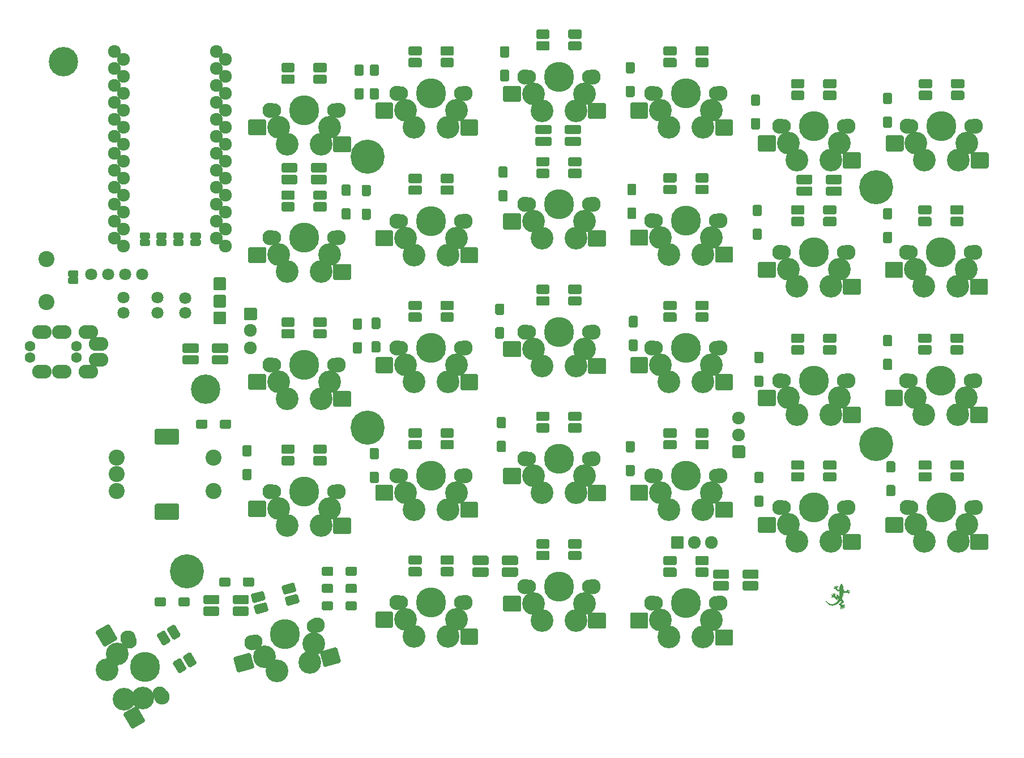
<source format=gts>
G04 #@! TF.GenerationSoftware,KiCad,Pcbnew,(5.1.10-1-10_14)*
G04 #@! TF.CreationDate,2021-06-06T18:52:18-07:00*
G04 #@! TF.ProjectId,Soflyria,536f666c-7972-4696-912e-6b696361645f,rev?*
G04 #@! TF.SameCoordinates,Original*
G04 #@! TF.FileFunction,Soldermask,Top*
G04 #@! TF.FilePolarity,Negative*
%FSLAX46Y46*%
G04 Gerber Fmt 4.6, Leading zero omitted, Abs format (unit mm)*
G04 Created by KiCad (PCBNEW (5.1.10-1-10_14)) date 2021-06-06 18:52:18*
%MOMM*%
%LPD*%
G01*
G04 APERTURE LIST*
%ADD10C,0.010000*%
%ADD11C,1.924000*%
%ADD12C,3.400000*%
%ADD13C,4.500000*%
%ADD14C,2.100000*%
%ADD15C,2.300000*%
%ADD16C,4.400000*%
%ADD17C,1.797000*%
%ADD18C,2.400000*%
%ADD19C,5.100000*%
%ADD20C,1.600000*%
%ADD21O,2.900000X2.100000*%
G04 APERTURE END LIST*
D10*
G36*
X200851318Y-120904032D02*
G01*
X200879566Y-120948878D01*
X200910606Y-121018368D01*
X200924278Y-121053363D01*
X200946844Y-121109544D01*
X200967741Y-121155842D01*
X200984739Y-121187691D01*
X200995612Y-121200526D01*
X200996125Y-121200595D01*
X201007513Y-121212147D01*
X201011992Y-121243160D01*
X201012000Y-121244792D01*
X201016997Y-121286612D01*
X201029270Y-121331809D01*
X201031708Y-121338243D01*
X201040080Y-121362436D01*
X201044426Y-121387074D01*
X201044778Y-121418171D01*
X201041165Y-121461743D01*
X201033616Y-121523805D01*
X201032658Y-121531171D01*
X201013898Y-121674841D01*
X201154872Y-121859995D01*
X201199855Y-121919074D01*
X201239325Y-121970909D01*
X201270787Y-122012224D01*
X201291748Y-122039744D01*
X201299674Y-122050143D01*
X201313704Y-122050137D01*
X201345604Y-122043278D01*
X201389384Y-122031427D01*
X201439058Y-122016447D01*
X201488637Y-122000200D01*
X201532132Y-121984549D01*
X201563556Y-121971356D01*
X201575376Y-121964398D01*
X201596102Y-121938792D01*
X201620849Y-121897920D01*
X201645846Y-121849484D01*
X201667324Y-121801187D01*
X201681511Y-121760730D01*
X201685100Y-121740268D01*
X201693261Y-121711887D01*
X201712639Y-121698151D01*
X201735574Y-121703704D01*
X201739610Y-121707230D01*
X201747711Y-121725419D01*
X201738756Y-121746844D01*
X201729490Y-121774125D01*
X201723922Y-121814532D01*
X201723200Y-121834571D01*
X201726946Y-121878386D01*
X201739701Y-121902353D01*
X201763732Y-121906956D01*
X201801311Y-121892678D01*
X201851845Y-121861918D01*
X201896550Y-121832694D01*
X201925006Y-121816692D01*
X201941757Y-121812548D01*
X201951347Y-121818898D01*
X201956832Y-121830396D01*
X201958613Y-121858223D01*
X201939343Y-121872436D01*
X201926717Y-121873700D01*
X201904223Y-121883822D01*
X201876807Y-121909034D01*
X201850696Y-121941604D01*
X201832118Y-121973800D01*
X201827172Y-121997289D01*
X201840575Y-122015955D01*
X201868790Y-122036072D01*
X201903392Y-122053490D01*
X201935955Y-122064061D01*
X201958055Y-122063635D01*
X201959715Y-122062560D01*
X201981588Y-122056743D01*
X202004269Y-122064223D01*
X202015097Y-122080685D01*
X202015105Y-122081433D01*
X202006737Y-122111269D01*
X201985707Y-122121722D01*
X201966950Y-122116311D01*
X201934941Y-122106136D01*
X201894157Y-122101960D01*
X201853043Y-122103474D01*
X201820045Y-122110373D01*
X201803648Y-122122245D01*
X201807824Y-122141525D01*
X201825994Y-122169735D01*
X201852145Y-122200156D01*
X201880265Y-122226069D01*
X201904341Y-122240755D01*
X201910810Y-122242000D01*
X201923501Y-122250785D01*
X201923970Y-122270531D01*
X201914464Y-122291321D01*
X201897228Y-122303239D01*
X201896924Y-122303299D01*
X201874724Y-122297040D01*
X201867287Y-122282805D01*
X201853162Y-122266503D01*
X201821302Y-122244374D01*
X201777773Y-122219464D01*
X201728638Y-122194819D01*
X201679963Y-122173484D01*
X201637813Y-122158507D01*
X201608696Y-122152933D01*
X201585049Y-122154720D01*
X201541811Y-122159741D01*
X201484485Y-122167294D01*
X201418573Y-122176677D01*
X201395794Y-122180069D01*
X201331186Y-122189436D01*
X201276188Y-122196728D01*
X201235344Y-122201395D01*
X201213198Y-122202888D01*
X201210582Y-122202461D01*
X201202850Y-122190453D01*
X201184297Y-122160898D01*
X201157459Y-122117852D01*
X201124868Y-122065373D01*
X201114033Y-122047887D01*
X201080281Y-121994209D01*
X201051348Y-121949739D01*
X201029750Y-121918227D01*
X201018004Y-121903425D01*
X201016718Y-121902847D01*
X201016221Y-121916252D01*
X201017225Y-121951575D01*
X201019569Y-122005393D01*
X201023092Y-122074278D01*
X201027630Y-122154805D01*
X201032195Y-122230310D01*
X201052293Y-122553150D01*
X200924235Y-122798899D01*
X200887146Y-122871453D01*
X200855074Y-122936857D01*
X200829605Y-122991654D01*
X200812321Y-123032389D01*
X200804808Y-123055605D01*
X200804914Y-123059249D01*
X200814650Y-123073371D01*
X200837103Y-123104880D01*
X200870019Y-123150643D01*
X200911142Y-123207531D01*
X200958217Y-123272410D01*
X200982930Y-123306386D01*
X201031738Y-123373707D01*
X201075293Y-123434305D01*
X201111431Y-123485125D01*
X201137987Y-123523114D01*
X201152797Y-123545217D01*
X201155128Y-123549381D01*
X201146186Y-123559580D01*
X201119520Y-123582363D01*
X201078007Y-123615460D01*
X201024525Y-123656601D01*
X200961953Y-123703513D01*
X200929450Y-123727476D01*
X200863158Y-123776368D01*
X200804118Y-123820442D01*
X200755304Y-123857436D01*
X200719686Y-123885088D01*
X200700237Y-123901136D01*
X200697524Y-123904032D01*
X200704771Y-123917292D01*
X200728480Y-123938562D01*
X200762775Y-123963763D01*
X200801777Y-123988821D01*
X200839608Y-124009657D01*
X200865950Y-124020839D01*
X200911836Y-124029922D01*
X200977894Y-124034321D01*
X201043750Y-124034175D01*
X201104907Y-124031721D01*
X201146276Y-124027641D01*
X201173462Y-124020895D01*
X201192070Y-124010443D01*
X201197715Y-124005604D01*
X201218302Y-123989050D01*
X201232568Y-123990003D01*
X201246071Y-124001885D01*
X201260095Y-124025517D01*
X201260380Y-124041726D01*
X201254043Y-124061187D01*
X201253300Y-124065488D01*
X201242231Y-124069205D01*
X201215531Y-124070798D01*
X201214777Y-124070800D01*
X201181477Y-124076577D01*
X201138350Y-124091359D01*
X201112393Y-124103161D01*
X201075523Y-124123540D01*
X201057043Y-124140044D01*
X201051813Y-124158357D01*
X201052490Y-124169379D01*
X201060655Y-124192615D01*
X201082454Y-124214699D01*
X201122752Y-124240414D01*
X201127498Y-124243095D01*
X201170395Y-124265607D01*
X201209172Y-124283330D01*
X201230872Y-124291067D01*
X201261086Y-124307217D01*
X201273480Y-124331960D01*
X201264664Y-124358159D01*
X201239736Y-124373852D01*
X201213588Y-124371340D01*
X201196604Y-124351630D01*
X201196580Y-124351557D01*
X201184439Y-124335989D01*
X201156234Y-124323518D01*
X201107350Y-124312119D01*
X201106189Y-124311899D01*
X201061200Y-124304096D01*
X201034146Y-124302285D01*
X201018149Y-124307023D01*
X201006334Y-124318867D01*
X201005418Y-124320067D01*
X200993412Y-124339540D01*
X200988086Y-124361828D01*
X200988776Y-124394397D01*
X200994529Y-124442609D01*
X201003705Y-124483200D01*
X201018434Y-124503337D01*
X201026307Y-124506700D01*
X201042654Y-124516329D01*
X201041173Y-124537066D01*
X201039220Y-124542693D01*
X201020518Y-124569723D01*
X200996584Y-124577086D01*
X200975108Y-124564570D01*
X200965858Y-124544699D01*
X200955533Y-124512443D01*
X200938996Y-124469388D01*
X200928199Y-124443925D01*
X200906494Y-124402148D01*
X200885400Y-124379869D01*
X200866907Y-124372674D01*
X200848938Y-124371182D01*
X200836424Y-124378440D01*
X200825552Y-124399456D01*
X200812509Y-124439235D01*
X200810077Y-124447305D01*
X200798515Y-124493116D01*
X200792396Y-124532470D01*
X200792781Y-124554780D01*
X200790636Y-124582634D01*
X200772993Y-124599417D01*
X200748441Y-124602110D01*
X200725573Y-124587697D01*
X200720613Y-124580133D01*
X200715358Y-124555782D01*
X200727852Y-124539370D01*
X200736811Y-124528222D01*
X200741885Y-124509795D01*
X200743451Y-124479159D01*
X200741886Y-124431383D01*
X200739369Y-124388811D01*
X200735863Y-124338646D01*
X200731217Y-124298358D01*
X200723348Y-124263756D01*
X200710173Y-124230648D01*
X200689611Y-124194843D01*
X200659578Y-124152149D01*
X200617991Y-124098374D01*
X200562767Y-124029327D01*
X200557478Y-124022744D01*
X200525793Y-123984556D01*
X200501581Y-123955072D01*
X200486060Y-123931175D01*
X200480445Y-123909746D01*
X200485952Y-123887667D01*
X200503798Y-123861818D01*
X200535198Y-123829081D01*
X200581368Y-123786338D01*
X200643525Y-123730471D01*
X200686648Y-123691490D01*
X200862946Y-123531215D01*
X200757883Y-123432707D01*
X200715446Y-123393541D01*
X200679790Y-123361801D01*
X200654922Y-123340976D01*
X200645084Y-123334448D01*
X200635540Y-123344630D01*
X200615898Y-123371920D01*
X200589327Y-123411764D01*
X200567966Y-123445224D01*
X200508908Y-123528294D01*
X200434258Y-123616610D01*
X200350686Y-123703183D01*
X200264860Y-123781026D01*
X200197314Y-123833560D01*
X200127594Y-123877960D01*
X200044176Y-123923371D01*
X199955621Y-123965697D01*
X199870488Y-124000837D01*
X199799150Y-124024214D01*
X199713402Y-124042799D01*
X199616572Y-124056921D01*
X199518518Y-124065588D01*
X199429103Y-124067808D01*
X199385867Y-124065816D01*
X199233972Y-124040813D01*
X199087418Y-123992030D01*
X198948297Y-123920877D01*
X198818702Y-123828765D01*
X198700724Y-123717106D01*
X198596454Y-123587309D01*
X198536483Y-123492950D01*
X198507210Y-123442150D01*
X198542446Y-123486600D01*
X198585444Y-123536400D01*
X198640761Y-123594071D01*
X198702775Y-123654340D01*
X198765862Y-123711931D01*
X198824399Y-123761569D01*
X198872763Y-123797981D01*
X198878400Y-123801721D01*
X199004824Y-123870651D01*
X199137971Y-123918911D01*
X199274051Y-123945852D01*
X199409274Y-123950823D01*
X199539851Y-123933173D01*
X199580955Y-123922369D01*
X199660725Y-123893860D01*
X199750993Y-123853771D01*
X199842584Y-123806592D01*
X199926325Y-123756812D01*
X199946337Y-123743550D01*
X200014796Y-123693689D01*
X200076117Y-123641145D01*
X200133341Y-123582288D01*
X200189512Y-123513490D01*
X200247670Y-123431122D01*
X200310859Y-123331556D01*
X200358154Y-123252344D01*
X200432200Y-123126039D01*
X200312525Y-123014936D01*
X200267749Y-122974694D01*
X200230051Y-122943325D01*
X200202951Y-122923572D01*
X200189967Y-122918175D01*
X200189388Y-122918991D01*
X200186936Y-122936795D01*
X200182714Y-122974592D01*
X200177284Y-123027084D01*
X200171212Y-123088971D01*
X200170338Y-123098129D01*
X200154750Y-123262109D01*
X199950948Y-123065576D01*
X199881935Y-122999500D01*
X199827894Y-122949121D01*
X199785920Y-122912089D01*
X199753107Y-122886058D01*
X199726550Y-122868680D01*
X199703343Y-122857608D01*
X199686751Y-122852132D01*
X199641100Y-122844084D01*
X199584559Y-122840868D01*
X199524141Y-122842064D01*
X199466857Y-122847253D01*
X199419719Y-122856016D01*
X199389737Y-122867934D01*
X199387069Y-122870043D01*
X199366436Y-122882646D01*
X199345959Y-122875093D01*
X199342856Y-122872883D01*
X199325131Y-122848751D01*
X199327941Y-122824377D01*
X199348741Y-122808520D01*
X199362151Y-122806509D01*
X199392008Y-122801155D01*
X199432243Y-122788243D01*
X199474479Y-122771207D01*
X199510340Y-122753477D01*
X199531451Y-122738486D01*
X199532921Y-122736536D01*
X199538294Y-122706468D01*
X199518513Y-122674683D01*
X199473754Y-122641400D01*
X199447154Y-122626828D01*
X199403867Y-122605441D01*
X199367190Y-122588466D01*
X199345125Y-122579602D01*
X199326911Y-122563337D01*
X199324380Y-122536868D01*
X199338140Y-122511239D01*
X199363798Y-122496845D01*
X199384716Y-122505471D01*
X199392285Y-122519935D01*
X199407965Y-122537818D01*
X199444654Y-122554069D01*
X199478866Y-122563859D01*
X199522206Y-122574226D01*
X199548495Y-122577600D01*
X199565190Y-122573658D01*
X199579749Y-122562075D01*
X199582523Y-122559347D01*
X199599271Y-122527710D01*
X199605718Y-122483250D01*
X199602215Y-122436065D01*
X199589112Y-122396249D01*
X199576287Y-122379664D01*
X199554269Y-122350124D01*
X199556407Y-122321306D01*
X199565270Y-122309509D01*
X199587803Y-122300544D01*
X199612280Y-122306461D01*
X199626943Y-122323549D01*
X199627698Y-122329206D01*
X199632561Y-122350947D01*
X199645284Y-122387628D01*
X199662274Y-122429325D01*
X199682313Y-122472297D01*
X199698211Y-122496435D01*
X199714327Y-122506838D01*
X199730115Y-122508700D01*
X199749407Y-122506006D01*
X199763029Y-122494183D01*
X199775163Y-122467615D01*
X199786165Y-122433438D01*
X199797289Y-122388956D01*
X199802745Y-122350878D01*
X199802022Y-122331672D01*
X199804827Y-122304694D01*
X199823511Y-122288385D01*
X199849304Y-122287270D01*
X199867058Y-122298115D01*
X199880503Y-122318616D01*
X199873508Y-122341045D01*
X199871926Y-122343632D01*
X199863985Y-122370301D01*
X199858677Y-122418609D01*
X199856369Y-122484894D01*
X199856300Y-122500131D01*
X199856300Y-122631608D01*
X199954458Y-122767758D01*
X199990263Y-122817889D01*
X200017070Y-122853877D01*
X200036623Y-122874241D01*
X200050662Y-122877498D01*
X200060930Y-122862168D01*
X200069169Y-122826767D01*
X200077120Y-122769814D01*
X200086526Y-122689826D01*
X200091023Y-122651575D01*
X200099427Y-122584901D01*
X200107476Y-122528172D01*
X200114487Y-122485697D01*
X200119776Y-122461783D01*
X200121708Y-122458104D01*
X200133028Y-122466297D01*
X200160170Y-122489038D01*
X200200184Y-122523761D01*
X200250122Y-122567903D01*
X200307035Y-122618897D01*
X200318815Y-122629530D01*
X200376385Y-122681288D01*
X200427192Y-122726453D01*
X200468381Y-122762530D01*
X200497097Y-122787023D01*
X200510485Y-122797436D01*
X200511083Y-122797601D01*
X200511331Y-122784505D01*
X200510091Y-122750703D01*
X200507581Y-122700832D01*
X200504018Y-122639527D01*
X200502589Y-122616650D01*
X200499029Y-122548195D01*
X200497622Y-122483160D01*
X200498542Y-122415824D01*
X200501965Y-122340471D01*
X200508064Y-122251382D01*
X200517016Y-122142839D01*
X200517101Y-122141862D01*
X200524220Y-122057940D01*
X200530255Y-121982878D01*
X200534948Y-121920233D01*
X200538040Y-121873560D01*
X200539273Y-121846417D01*
X200538988Y-121840954D01*
X200527089Y-121845274D01*
X200497466Y-121859906D01*
X200454473Y-121882606D01*
X200402465Y-121911130D01*
X200397917Y-121913667D01*
X200345449Y-121942523D01*
X200301725Y-121965695D01*
X200271069Y-121980956D01*
X200257803Y-121986078D01*
X200257616Y-121985975D01*
X200237327Y-121960222D01*
X200205400Y-121922131D01*
X200165149Y-121875416D01*
X200119886Y-121823791D01*
X200072926Y-121770970D01*
X200027580Y-121720667D01*
X199987163Y-121676596D01*
X199954988Y-121642470D01*
X199934367Y-121622004D01*
X199929372Y-121618026D01*
X199886066Y-121598180D01*
X199835672Y-121580003D01*
X199785080Y-121565384D01*
X199741179Y-121556210D01*
X199710857Y-121554370D01*
X199703858Y-121556222D01*
X199678879Y-121558383D01*
X199660010Y-121543098D01*
X199655677Y-121518218D01*
X199657276Y-121512834D01*
X199666239Y-121503451D01*
X199687184Y-121499194D01*
X199725167Y-121499504D01*
X199758374Y-121501660D01*
X199806577Y-121504864D01*
X199835295Y-121504548D01*
X199850347Y-121499407D01*
X199857553Y-121488136D01*
X199860294Y-121478797D01*
X199861213Y-121450641D01*
X199847785Y-121419205D01*
X199817631Y-121380287D01*
X199785306Y-121346352D01*
X199756490Y-121310940D01*
X199747746Y-121283914D01*
X199759240Y-121267707D01*
X199779701Y-121264100D01*
X199801406Y-121272952D01*
X199805522Y-121286325D01*
X199816272Y-121307368D01*
X199843191Y-121331479D01*
X199878337Y-121353735D01*
X199913765Y-121369215D01*
X199941536Y-121373000D01*
X199944327Y-121372326D01*
X199964459Y-121354677D01*
X199981788Y-121321074D01*
X199993375Y-121280960D01*
X199996278Y-121243780D01*
X199990775Y-121223141D01*
X199984760Y-121198657D01*
X199992289Y-121186530D01*
X200015176Y-121176958D01*
X200035915Y-121186782D01*
X200045483Y-121210944D01*
X200045337Y-121216273D01*
X200044253Y-121245843D01*
X200044328Y-121288178D01*
X200044824Y-121310243D01*
X200047924Y-121350675D01*
X200055669Y-121372301D01*
X200070455Y-121381617D01*
X200071233Y-121381826D01*
X200093788Y-121376149D01*
X200121993Y-121353866D01*
X200150127Y-121321085D01*
X200172466Y-121283913D01*
X200179435Y-121266350D01*
X200194931Y-121243779D01*
X200216036Y-121241134D01*
X200239453Y-121252634D01*
X200247321Y-121272096D01*
X200237543Y-121290056D01*
X200227930Y-121294792D01*
X200213385Y-121309956D01*
X200195517Y-121343496D01*
X200176629Y-121389017D01*
X200159025Y-121440127D01*
X200145009Y-121490432D01*
X200136885Y-121533538D01*
X200135752Y-121550606D01*
X200143653Y-121582520D01*
X200166229Y-121630604D01*
X200201888Y-121691517D01*
X200206230Y-121698371D01*
X200276655Y-121808792D01*
X200412552Y-121737703D01*
X200466038Y-121709472D01*
X200511262Y-121685129D01*
X200543464Y-121667270D01*
X200557881Y-121658489D01*
X200557889Y-121658482D01*
X200560779Y-121643248D01*
X200561334Y-121608246D01*
X200559605Y-121558997D01*
X200556511Y-121511748D01*
X200552100Y-121447974D01*
X200550905Y-121403072D01*
X200553347Y-121370671D01*
X200559844Y-121344398D01*
X200569018Y-121321798D01*
X200583996Y-121279579D01*
X200592144Y-121238687D01*
X200592621Y-121230106D01*
X200598970Y-121196906D01*
X200612930Y-121185656D01*
X200626269Y-121172905D01*
X200646877Y-121141243D01*
X200672088Y-121095136D01*
X200695016Y-121048200D01*
X200733707Y-120970369D01*
X200767056Y-120917000D01*
X200796690Y-120888130D01*
X200824235Y-120883795D01*
X200851318Y-120904032D01*
G37*
X200851318Y-120904032D02*
X200879566Y-120948878D01*
X200910606Y-121018368D01*
X200924278Y-121053363D01*
X200946844Y-121109544D01*
X200967741Y-121155842D01*
X200984739Y-121187691D01*
X200995612Y-121200526D01*
X200996125Y-121200595D01*
X201007513Y-121212147D01*
X201011992Y-121243160D01*
X201012000Y-121244792D01*
X201016997Y-121286612D01*
X201029270Y-121331809D01*
X201031708Y-121338243D01*
X201040080Y-121362436D01*
X201044426Y-121387074D01*
X201044778Y-121418171D01*
X201041165Y-121461743D01*
X201033616Y-121523805D01*
X201032658Y-121531171D01*
X201013898Y-121674841D01*
X201154872Y-121859995D01*
X201199855Y-121919074D01*
X201239325Y-121970909D01*
X201270787Y-122012224D01*
X201291748Y-122039744D01*
X201299674Y-122050143D01*
X201313704Y-122050137D01*
X201345604Y-122043278D01*
X201389384Y-122031427D01*
X201439058Y-122016447D01*
X201488637Y-122000200D01*
X201532132Y-121984549D01*
X201563556Y-121971356D01*
X201575376Y-121964398D01*
X201596102Y-121938792D01*
X201620849Y-121897920D01*
X201645846Y-121849484D01*
X201667324Y-121801187D01*
X201681511Y-121760730D01*
X201685100Y-121740268D01*
X201693261Y-121711887D01*
X201712639Y-121698151D01*
X201735574Y-121703704D01*
X201739610Y-121707230D01*
X201747711Y-121725419D01*
X201738756Y-121746844D01*
X201729490Y-121774125D01*
X201723922Y-121814532D01*
X201723200Y-121834571D01*
X201726946Y-121878386D01*
X201739701Y-121902353D01*
X201763732Y-121906956D01*
X201801311Y-121892678D01*
X201851845Y-121861918D01*
X201896550Y-121832694D01*
X201925006Y-121816692D01*
X201941757Y-121812548D01*
X201951347Y-121818898D01*
X201956832Y-121830396D01*
X201958613Y-121858223D01*
X201939343Y-121872436D01*
X201926717Y-121873700D01*
X201904223Y-121883822D01*
X201876807Y-121909034D01*
X201850696Y-121941604D01*
X201832118Y-121973800D01*
X201827172Y-121997289D01*
X201840575Y-122015955D01*
X201868790Y-122036072D01*
X201903392Y-122053490D01*
X201935955Y-122064061D01*
X201958055Y-122063635D01*
X201959715Y-122062560D01*
X201981588Y-122056743D01*
X202004269Y-122064223D01*
X202015097Y-122080685D01*
X202015105Y-122081433D01*
X202006737Y-122111269D01*
X201985707Y-122121722D01*
X201966950Y-122116311D01*
X201934941Y-122106136D01*
X201894157Y-122101960D01*
X201853043Y-122103474D01*
X201820045Y-122110373D01*
X201803648Y-122122245D01*
X201807824Y-122141525D01*
X201825994Y-122169735D01*
X201852145Y-122200156D01*
X201880265Y-122226069D01*
X201904341Y-122240755D01*
X201910810Y-122242000D01*
X201923501Y-122250785D01*
X201923970Y-122270531D01*
X201914464Y-122291321D01*
X201897228Y-122303239D01*
X201896924Y-122303299D01*
X201874724Y-122297040D01*
X201867287Y-122282805D01*
X201853162Y-122266503D01*
X201821302Y-122244374D01*
X201777773Y-122219464D01*
X201728638Y-122194819D01*
X201679963Y-122173484D01*
X201637813Y-122158507D01*
X201608696Y-122152933D01*
X201585049Y-122154720D01*
X201541811Y-122159741D01*
X201484485Y-122167294D01*
X201418573Y-122176677D01*
X201395794Y-122180069D01*
X201331186Y-122189436D01*
X201276188Y-122196728D01*
X201235344Y-122201395D01*
X201213198Y-122202888D01*
X201210582Y-122202461D01*
X201202850Y-122190453D01*
X201184297Y-122160898D01*
X201157459Y-122117852D01*
X201124868Y-122065373D01*
X201114033Y-122047887D01*
X201080281Y-121994209D01*
X201051348Y-121949739D01*
X201029750Y-121918227D01*
X201018004Y-121903425D01*
X201016718Y-121902847D01*
X201016221Y-121916252D01*
X201017225Y-121951575D01*
X201019569Y-122005393D01*
X201023092Y-122074278D01*
X201027630Y-122154805D01*
X201032195Y-122230310D01*
X201052293Y-122553150D01*
X200924235Y-122798899D01*
X200887146Y-122871453D01*
X200855074Y-122936857D01*
X200829605Y-122991654D01*
X200812321Y-123032389D01*
X200804808Y-123055605D01*
X200804914Y-123059249D01*
X200814650Y-123073371D01*
X200837103Y-123104880D01*
X200870019Y-123150643D01*
X200911142Y-123207531D01*
X200958217Y-123272410D01*
X200982930Y-123306386D01*
X201031738Y-123373707D01*
X201075293Y-123434305D01*
X201111431Y-123485125D01*
X201137987Y-123523114D01*
X201152797Y-123545217D01*
X201155128Y-123549381D01*
X201146186Y-123559580D01*
X201119520Y-123582363D01*
X201078007Y-123615460D01*
X201024525Y-123656601D01*
X200961953Y-123703513D01*
X200929450Y-123727476D01*
X200863158Y-123776368D01*
X200804118Y-123820442D01*
X200755304Y-123857436D01*
X200719686Y-123885088D01*
X200700237Y-123901136D01*
X200697524Y-123904032D01*
X200704771Y-123917292D01*
X200728480Y-123938562D01*
X200762775Y-123963763D01*
X200801777Y-123988821D01*
X200839608Y-124009657D01*
X200865950Y-124020839D01*
X200911836Y-124029922D01*
X200977894Y-124034321D01*
X201043750Y-124034175D01*
X201104907Y-124031721D01*
X201146276Y-124027641D01*
X201173462Y-124020895D01*
X201192070Y-124010443D01*
X201197715Y-124005604D01*
X201218302Y-123989050D01*
X201232568Y-123990003D01*
X201246071Y-124001885D01*
X201260095Y-124025517D01*
X201260380Y-124041726D01*
X201254043Y-124061187D01*
X201253300Y-124065488D01*
X201242231Y-124069205D01*
X201215531Y-124070798D01*
X201214777Y-124070800D01*
X201181477Y-124076577D01*
X201138350Y-124091359D01*
X201112393Y-124103161D01*
X201075523Y-124123540D01*
X201057043Y-124140044D01*
X201051813Y-124158357D01*
X201052490Y-124169379D01*
X201060655Y-124192615D01*
X201082454Y-124214699D01*
X201122752Y-124240414D01*
X201127498Y-124243095D01*
X201170395Y-124265607D01*
X201209172Y-124283330D01*
X201230872Y-124291067D01*
X201261086Y-124307217D01*
X201273480Y-124331960D01*
X201264664Y-124358159D01*
X201239736Y-124373852D01*
X201213588Y-124371340D01*
X201196604Y-124351630D01*
X201196580Y-124351557D01*
X201184439Y-124335989D01*
X201156234Y-124323518D01*
X201107350Y-124312119D01*
X201106189Y-124311899D01*
X201061200Y-124304096D01*
X201034146Y-124302285D01*
X201018149Y-124307023D01*
X201006334Y-124318867D01*
X201005418Y-124320067D01*
X200993412Y-124339540D01*
X200988086Y-124361828D01*
X200988776Y-124394397D01*
X200994529Y-124442609D01*
X201003705Y-124483200D01*
X201018434Y-124503337D01*
X201026307Y-124506700D01*
X201042654Y-124516329D01*
X201041173Y-124537066D01*
X201039220Y-124542693D01*
X201020518Y-124569723D01*
X200996584Y-124577086D01*
X200975108Y-124564570D01*
X200965858Y-124544699D01*
X200955533Y-124512443D01*
X200938996Y-124469388D01*
X200928199Y-124443925D01*
X200906494Y-124402148D01*
X200885400Y-124379869D01*
X200866907Y-124372674D01*
X200848938Y-124371182D01*
X200836424Y-124378440D01*
X200825552Y-124399456D01*
X200812509Y-124439235D01*
X200810077Y-124447305D01*
X200798515Y-124493116D01*
X200792396Y-124532470D01*
X200792781Y-124554780D01*
X200790636Y-124582634D01*
X200772993Y-124599417D01*
X200748441Y-124602110D01*
X200725573Y-124587697D01*
X200720613Y-124580133D01*
X200715358Y-124555782D01*
X200727852Y-124539370D01*
X200736811Y-124528222D01*
X200741885Y-124509795D01*
X200743451Y-124479159D01*
X200741886Y-124431383D01*
X200739369Y-124388811D01*
X200735863Y-124338646D01*
X200731217Y-124298358D01*
X200723348Y-124263756D01*
X200710173Y-124230648D01*
X200689611Y-124194843D01*
X200659578Y-124152149D01*
X200617991Y-124098374D01*
X200562767Y-124029327D01*
X200557478Y-124022744D01*
X200525793Y-123984556D01*
X200501581Y-123955072D01*
X200486060Y-123931175D01*
X200480445Y-123909746D01*
X200485952Y-123887667D01*
X200503798Y-123861818D01*
X200535198Y-123829081D01*
X200581368Y-123786338D01*
X200643525Y-123730471D01*
X200686648Y-123691490D01*
X200862946Y-123531215D01*
X200757883Y-123432707D01*
X200715446Y-123393541D01*
X200679790Y-123361801D01*
X200654922Y-123340976D01*
X200645084Y-123334448D01*
X200635540Y-123344630D01*
X200615898Y-123371920D01*
X200589327Y-123411764D01*
X200567966Y-123445224D01*
X200508908Y-123528294D01*
X200434258Y-123616610D01*
X200350686Y-123703183D01*
X200264860Y-123781026D01*
X200197314Y-123833560D01*
X200127594Y-123877960D01*
X200044176Y-123923371D01*
X199955621Y-123965697D01*
X199870488Y-124000837D01*
X199799150Y-124024214D01*
X199713402Y-124042799D01*
X199616572Y-124056921D01*
X199518518Y-124065588D01*
X199429103Y-124067808D01*
X199385867Y-124065816D01*
X199233972Y-124040813D01*
X199087418Y-123992030D01*
X198948297Y-123920877D01*
X198818702Y-123828765D01*
X198700724Y-123717106D01*
X198596454Y-123587309D01*
X198536483Y-123492950D01*
X198507210Y-123442150D01*
X198542446Y-123486600D01*
X198585444Y-123536400D01*
X198640761Y-123594071D01*
X198702775Y-123654340D01*
X198765862Y-123711931D01*
X198824399Y-123761569D01*
X198872763Y-123797981D01*
X198878400Y-123801721D01*
X199004824Y-123870651D01*
X199137971Y-123918911D01*
X199274051Y-123945852D01*
X199409274Y-123950823D01*
X199539851Y-123933173D01*
X199580955Y-123922369D01*
X199660725Y-123893860D01*
X199750993Y-123853771D01*
X199842584Y-123806592D01*
X199926325Y-123756812D01*
X199946337Y-123743550D01*
X200014796Y-123693689D01*
X200076117Y-123641145D01*
X200133341Y-123582288D01*
X200189512Y-123513490D01*
X200247670Y-123431122D01*
X200310859Y-123331556D01*
X200358154Y-123252344D01*
X200432200Y-123126039D01*
X200312525Y-123014936D01*
X200267749Y-122974694D01*
X200230051Y-122943325D01*
X200202951Y-122923572D01*
X200189967Y-122918175D01*
X200189388Y-122918991D01*
X200186936Y-122936795D01*
X200182714Y-122974592D01*
X200177284Y-123027084D01*
X200171212Y-123088971D01*
X200170338Y-123098129D01*
X200154750Y-123262109D01*
X199950948Y-123065576D01*
X199881935Y-122999500D01*
X199827894Y-122949121D01*
X199785920Y-122912089D01*
X199753107Y-122886058D01*
X199726550Y-122868680D01*
X199703343Y-122857608D01*
X199686751Y-122852132D01*
X199641100Y-122844084D01*
X199584559Y-122840868D01*
X199524141Y-122842064D01*
X199466857Y-122847253D01*
X199419719Y-122856016D01*
X199389737Y-122867934D01*
X199387069Y-122870043D01*
X199366436Y-122882646D01*
X199345959Y-122875093D01*
X199342856Y-122872883D01*
X199325131Y-122848751D01*
X199327941Y-122824377D01*
X199348741Y-122808520D01*
X199362151Y-122806509D01*
X199392008Y-122801155D01*
X199432243Y-122788243D01*
X199474479Y-122771207D01*
X199510340Y-122753477D01*
X199531451Y-122738486D01*
X199532921Y-122736536D01*
X199538294Y-122706468D01*
X199518513Y-122674683D01*
X199473754Y-122641400D01*
X199447154Y-122626828D01*
X199403867Y-122605441D01*
X199367190Y-122588466D01*
X199345125Y-122579602D01*
X199326911Y-122563337D01*
X199324380Y-122536868D01*
X199338140Y-122511239D01*
X199363798Y-122496845D01*
X199384716Y-122505471D01*
X199392285Y-122519935D01*
X199407965Y-122537818D01*
X199444654Y-122554069D01*
X199478866Y-122563859D01*
X199522206Y-122574226D01*
X199548495Y-122577600D01*
X199565190Y-122573658D01*
X199579749Y-122562075D01*
X199582523Y-122559347D01*
X199599271Y-122527710D01*
X199605718Y-122483250D01*
X199602215Y-122436065D01*
X199589112Y-122396249D01*
X199576287Y-122379664D01*
X199554269Y-122350124D01*
X199556407Y-122321306D01*
X199565270Y-122309509D01*
X199587803Y-122300544D01*
X199612280Y-122306461D01*
X199626943Y-122323549D01*
X199627698Y-122329206D01*
X199632561Y-122350947D01*
X199645284Y-122387628D01*
X199662274Y-122429325D01*
X199682313Y-122472297D01*
X199698211Y-122496435D01*
X199714327Y-122506838D01*
X199730115Y-122508700D01*
X199749407Y-122506006D01*
X199763029Y-122494183D01*
X199775163Y-122467615D01*
X199786165Y-122433438D01*
X199797289Y-122388956D01*
X199802745Y-122350878D01*
X199802022Y-122331672D01*
X199804827Y-122304694D01*
X199823511Y-122288385D01*
X199849304Y-122287270D01*
X199867058Y-122298115D01*
X199880503Y-122318616D01*
X199873508Y-122341045D01*
X199871926Y-122343632D01*
X199863985Y-122370301D01*
X199858677Y-122418609D01*
X199856369Y-122484894D01*
X199856300Y-122500131D01*
X199856300Y-122631608D01*
X199954458Y-122767758D01*
X199990263Y-122817889D01*
X200017070Y-122853877D01*
X200036623Y-122874241D01*
X200050662Y-122877498D01*
X200060930Y-122862168D01*
X200069169Y-122826767D01*
X200077120Y-122769814D01*
X200086526Y-122689826D01*
X200091023Y-122651575D01*
X200099427Y-122584901D01*
X200107476Y-122528172D01*
X200114487Y-122485697D01*
X200119776Y-122461783D01*
X200121708Y-122458104D01*
X200133028Y-122466297D01*
X200160170Y-122489038D01*
X200200184Y-122523761D01*
X200250122Y-122567903D01*
X200307035Y-122618897D01*
X200318815Y-122629530D01*
X200376385Y-122681288D01*
X200427192Y-122726453D01*
X200468381Y-122762530D01*
X200497097Y-122787023D01*
X200510485Y-122797436D01*
X200511083Y-122797601D01*
X200511331Y-122784505D01*
X200510091Y-122750703D01*
X200507581Y-122700832D01*
X200504018Y-122639527D01*
X200502589Y-122616650D01*
X200499029Y-122548195D01*
X200497622Y-122483160D01*
X200498542Y-122415824D01*
X200501965Y-122340471D01*
X200508064Y-122251382D01*
X200517016Y-122142839D01*
X200517101Y-122141862D01*
X200524220Y-122057940D01*
X200530255Y-121982878D01*
X200534948Y-121920233D01*
X200538040Y-121873560D01*
X200539273Y-121846417D01*
X200538988Y-121840954D01*
X200527089Y-121845274D01*
X200497466Y-121859906D01*
X200454473Y-121882606D01*
X200402465Y-121911130D01*
X200397917Y-121913667D01*
X200345449Y-121942523D01*
X200301725Y-121965695D01*
X200271069Y-121980956D01*
X200257803Y-121986078D01*
X200257616Y-121985975D01*
X200237327Y-121960222D01*
X200205400Y-121922131D01*
X200165149Y-121875416D01*
X200119886Y-121823791D01*
X200072926Y-121770970D01*
X200027580Y-121720667D01*
X199987163Y-121676596D01*
X199954988Y-121642470D01*
X199934367Y-121622004D01*
X199929372Y-121618026D01*
X199886066Y-121598180D01*
X199835672Y-121580003D01*
X199785080Y-121565384D01*
X199741179Y-121556210D01*
X199710857Y-121554370D01*
X199703858Y-121556222D01*
X199678879Y-121558383D01*
X199660010Y-121543098D01*
X199655677Y-121518218D01*
X199657276Y-121512834D01*
X199666239Y-121503451D01*
X199687184Y-121499194D01*
X199725167Y-121499504D01*
X199758374Y-121501660D01*
X199806577Y-121504864D01*
X199835295Y-121504548D01*
X199850347Y-121499407D01*
X199857553Y-121488136D01*
X199860294Y-121478797D01*
X199861213Y-121450641D01*
X199847785Y-121419205D01*
X199817631Y-121380287D01*
X199785306Y-121346352D01*
X199756490Y-121310940D01*
X199747746Y-121283914D01*
X199759240Y-121267707D01*
X199779701Y-121264100D01*
X199801406Y-121272952D01*
X199805522Y-121286325D01*
X199816272Y-121307368D01*
X199843191Y-121331479D01*
X199878337Y-121353735D01*
X199913765Y-121369215D01*
X199941536Y-121373000D01*
X199944327Y-121372326D01*
X199964459Y-121354677D01*
X199981788Y-121321074D01*
X199993375Y-121280960D01*
X199996278Y-121243780D01*
X199990775Y-121223141D01*
X199984760Y-121198657D01*
X199992289Y-121186530D01*
X200015176Y-121176958D01*
X200035915Y-121186782D01*
X200045483Y-121210944D01*
X200045337Y-121216273D01*
X200044253Y-121245843D01*
X200044328Y-121288178D01*
X200044824Y-121310243D01*
X200047924Y-121350675D01*
X200055669Y-121372301D01*
X200070455Y-121381617D01*
X200071233Y-121381826D01*
X200093788Y-121376149D01*
X200121993Y-121353866D01*
X200150127Y-121321085D01*
X200172466Y-121283913D01*
X200179435Y-121266350D01*
X200194931Y-121243779D01*
X200216036Y-121241134D01*
X200239453Y-121252634D01*
X200247321Y-121272096D01*
X200237543Y-121290056D01*
X200227930Y-121294792D01*
X200213385Y-121309956D01*
X200195517Y-121343496D01*
X200176629Y-121389017D01*
X200159025Y-121440127D01*
X200145009Y-121490432D01*
X200136885Y-121533538D01*
X200135752Y-121550606D01*
X200143653Y-121582520D01*
X200166229Y-121630604D01*
X200201888Y-121691517D01*
X200206230Y-121698371D01*
X200276655Y-121808792D01*
X200412552Y-121737703D01*
X200466038Y-121709472D01*
X200511262Y-121685129D01*
X200543464Y-121667270D01*
X200557881Y-121658489D01*
X200557889Y-121658482D01*
X200560779Y-121643248D01*
X200561334Y-121608246D01*
X200559605Y-121558997D01*
X200556511Y-121511748D01*
X200552100Y-121447974D01*
X200550905Y-121403072D01*
X200553347Y-121370671D01*
X200559844Y-121344398D01*
X200569018Y-121321798D01*
X200583996Y-121279579D01*
X200592144Y-121238687D01*
X200592621Y-121230106D01*
X200598970Y-121196906D01*
X200612930Y-121185656D01*
X200626269Y-121172905D01*
X200646877Y-121141243D01*
X200672088Y-121095136D01*
X200695016Y-121048200D01*
X200733707Y-120970369D01*
X200767056Y-120917000D01*
X200796690Y-120888130D01*
X200824235Y-120883795D01*
X200851318Y-120904032D01*
G36*
G01*
X105450000Y-125505000D02*
X105450000Y-124505000D01*
G75*
G02*
X105650000Y-124305000I200000J0D01*
G01*
X107650000Y-124305000D01*
G75*
G02*
X107850000Y-124505000I0J-200000D01*
G01*
X107850000Y-125505000D01*
G75*
G02*
X107650000Y-125705000I-200000J0D01*
G01*
X105650000Y-125705000D01*
G75*
G02*
X105450000Y-125505000I0J200000D01*
G01*
G37*
G36*
G01*
X105450000Y-123755000D02*
X105450000Y-122755000D01*
G75*
G02*
X105650000Y-122555000I200000J0D01*
G01*
X107650000Y-122555000D01*
G75*
G02*
X107850000Y-122755000I0J-200000D01*
G01*
X107850000Y-123755000D01*
G75*
G02*
X107650000Y-123955000I-200000J0D01*
G01*
X105650000Y-123955000D01*
G75*
G02*
X105450000Y-123755000I0J200000D01*
G01*
G37*
G36*
G01*
X109850000Y-125505000D02*
X109850000Y-124505000D01*
G75*
G02*
X110050000Y-124305000I200000J0D01*
G01*
X112050000Y-124305000D01*
G75*
G02*
X112250000Y-124505000I0J-200000D01*
G01*
X112250000Y-125505000D01*
G75*
G02*
X112050000Y-125705000I-200000J0D01*
G01*
X110050000Y-125705000D01*
G75*
G02*
X109850000Y-125505000I0J200000D01*
G01*
G37*
G36*
G01*
X109850000Y-123755000D02*
X109850000Y-122755000D01*
G75*
G02*
X110050000Y-122555000I200000J0D01*
G01*
X112050000Y-122555000D01*
G75*
G02*
X112250000Y-122755000I0J-200000D01*
G01*
X112250000Y-123755000D01*
G75*
G02*
X112050000Y-123955000I-200000J0D01*
G01*
X110050000Y-123955000D01*
G75*
G02*
X109850000Y-123755000I0J200000D01*
G01*
G37*
G36*
G01*
X123900000Y-58125000D02*
X123900000Y-59125000D01*
G75*
G02*
X123700000Y-59325000I-200000J0D01*
G01*
X121700000Y-59325000D01*
G75*
G02*
X121500000Y-59125000I0J200000D01*
G01*
X121500000Y-58125000D01*
G75*
G02*
X121700000Y-57925000I200000J0D01*
G01*
X123700000Y-57925000D01*
G75*
G02*
X123900000Y-58125000I0J-200000D01*
G01*
G37*
G36*
G01*
X123900000Y-59875000D02*
X123900000Y-60875000D01*
G75*
G02*
X123700000Y-61075000I-200000J0D01*
G01*
X121700000Y-61075000D01*
G75*
G02*
X121500000Y-60875000I0J200000D01*
G01*
X121500000Y-59875000D01*
G75*
G02*
X121700000Y-59675000I200000J0D01*
G01*
X123700000Y-59675000D01*
G75*
G02*
X123900000Y-59875000I0J-200000D01*
G01*
G37*
G36*
G01*
X119500000Y-58125000D02*
X119500000Y-59125000D01*
G75*
G02*
X119300000Y-59325000I-200000J0D01*
G01*
X117300000Y-59325000D01*
G75*
G02*
X117100000Y-59125000I0J200000D01*
G01*
X117100000Y-58125000D01*
G75*
G02*
X117300000Y-57925000I200000J0D01*
G01*
X119300000Y-57925000D01*
G75*
G02*
X119500000Y-58125000I0J-200000D01*
G01*
G37*
G36*
G01*
X119500000Y-59875000D02*
X119500000Y-60875000D01*
G75*
G02*
X119300000Y-61075000I-200000J0D01*
G01*
X117300000Y-61075000D01*
G75*
G02*
X117100000Y-60875000I0J200000D01*
G01*
X117100000Y-59875000D01*
G75*
G02*
X117300000Y-59675000I200000J0D01*
G01*
X119300000Y-59675000D01*
G75*
G02*
X119500000Y-59875000I0J-200000D01*
G01*
G37*
G36*
G01*
X155100000Y-55165000D02*
X155100000Y-54165000D01*
G75*
G02*
X155300000Y-53965000I200000J0D01*
G01*
X157300000Y-53965000D01*
G75*
G02*
X157500000Y-54165000I0J-200000D01*
G01*
X157500000Y-55165000D01*
G75*
G02*
X157300000Y-55365000I-200000J0D01*
G01*
X155300000Y-55365000D01*
G75*
G02*
X155100000Y-55165000I0J200000D01*
G01*
G37*
G36*
G01*
X155100000Y-53415000D02*
X155100000Y-52415000D01*
G75*
G02*
X155300000Y-52215000I200000J0D01*
G01*
X157300000Y-52215000D01*
G75*
G02*
X157500000Y-52415000I0J-200000D01*
G01*
X157500000Y-53415000D01*
G75*
G02*
X157300000Y-53615000I-200000J0D01*
G01*
X155300000Y-53615000D01*
G75*
G02*
X155100000Y-53415000I0J200000D01*
G01*
G37*
G36*
G01*
X159500000Y-55165000D02*
X159500000Y-54165000D01*
G75*
G02*
X159700000Y-53965000I200000J0D01*
G01*
X161700000Y-53965000D01*
G75*
G02*
X161900000Y-54165000I0J-200000D01*
G01*
X161900000Y-55165000D01*
G75*
G02*
X161700000Y-55365000I-200000J0D01*
G01*
X159700000Y-55365000D01*
G75*
G02*
X159500000Y-55165000I0J200000D01*
G01*
G37*
G36*
G01*
X159500000Y-53415000D02*
X159500000Y-52415000D01*
G75*
G02*
X159700000Y-52215000I200000J0D01*
G01*
X161700000Y-52215000D01*
G75*
G02*
X161900000Y-52415000I0J-200000D01*
G01*
X161900000Y-53415000D01*
G75*
G02*
X161700000Y-53615000I-200000J0D01*
G01*
X159700000Y-53615000D01*
G75*
G02*
X159500000Y-53415000I0J200000D01*
G01*
G37*
G36*
G01*
X200900000Y-59875000D02*
X200900000Y-60875000D01*
G75*
G02*
X200700000Y-61075000I-200000J0D01*
G01*
X198700000Y-61075000D01*
G75*
G02*
X198500000Y-60875000I0J200000D01*
G01*
X198500000Y-59875000D01*
G75*
G02*
X198700000Y-59675000I200000J0D01*
G01*
X200700000Y-59675000D01*
G75*
G02*
X200900000Y-59875000I0J-200000D01*
G01*
G37*
G36*
G01*
X200900000Y-61625000D02*
X200900000Y-62625000D01*
G75*
G02*
X200700000Y-62825000I-200000J0D01*
G01*
X198700000Y-62825000D01*
G75*
G02*
X198500000Y-62625000I0J200000D01*
G01*
X198500000Y-61625000D01*
G75*
G02*
X198700000Y-61425000I200000J0D01*
G01*
X200700000Y-61425000D01*
G75*
G02*
X200900000Y-61625000I0J-200000D01*
G01*
G37*
G36*
G01*
X196500000Y-59875000D02*
X196500000Y-60875000D01*
G75*
G02*
X196300000Y-61075000I-200000J0D01*
G01*
X194300000Y-61075000D01*
G75*
G02*
X194100000Y-60875000I0J200000D01*
G01*
X194100000Y-59875000D01*
G75*
G02*
X194300000Y-59675000I200000J0D01*
G01*
X196300000Y-59675000D01*
G75*
G02*
X196500000Y-59875000I0J-200000D01*
G01*
G37*
G36*
G01*
X196500000Y-61625000D02*
X196500000Y-62625000D01*
G75*
G02*
X196300000Y-62825000I-200000J0D01*
G01*
X194300000Y-62825000D01*
G75*
G02*
X194100000Y-62625000I0J200000D01*
G01*
X194100000Y-61625000D01*
G75*
G02*
X194300000Y-61425000I200000J0D01*
G01*
X196300000Y-61425000D01*
G75*
G02*
X196500000Y-61625000I0J-200000D01*
G01*
G37*
G36*
G01*
X145683600Y-119637600D02*
X145683600Y-118637600D01*
G75*
G02*
X145883600Y-118437600I200000J0D01*
G01*
X147883600Y-118437600D01*
G75*
G02*
X148083600Y-118637600I0J-200000D01*
G01*
X148083600Y-119637600D01*
G75*
G02*
X147883600Y-119837600I-200000J0D01*
G01*
X145883600Y-119837600D01*
G75*
G02*
X145683600Y-119637600I0J200000D01*
G01*
G37*
G36*
G01*
X145683600Y-117887600D02*
X145683600Y-116887600D01*
G75*
G02*
X145883600Y-116687600I200000J0D01*
G01*
X147883600Y-116687600D01*
G75*
G02*
X148083600Y-116887600I0J-200000D01*
G01*
X148083600Y-117887600D01*
G75*
G02*
X147883600Y-118087600I-200000J0D01*
G01*
X145883600Y-118087600D01*
G75*
G02*
X145683600Y-117887600I0J200000D01*
G01*
G37*
G36*
G01*
X150083600Y-119637600D02*
X150083600Y-118637600D01*
G75*
G02*
X150283600Y-118437600I200000J0D01*
G01*
X152283600Y-118437600D01*
G75*
G02*
X152483600Y-118637600I0J-200000D01*
G01*
X152483600Y-119637600D01*
G75*
G02*
X152283600Y-119837600I-200000J0D01*
G01*
X150283600Y-119837600D01*
G75*
G02*
X150083600Y-119637600I0J200000D01*
G01*
G37*
G36*
G01*
X150083600Y-117887600D02*
X150083600Y-116887600D01*
G75*
G02*
X150283600Y-116687600I200000J0D01*
G01*
X152283600Y-116687600D01*
G75*
G02*
X152483600Y-116887600I0J-200000D01*
G01*
X152483600Y-117887600D01*
G75*
G02*
X152283600Y-118087600I-200000J0D01*
G01*
X150283600Y-118087600D01*
G75*
G02*
X150083600Y-117887600I0J200000D01*
G01*
G37*
G36*
G01*
X181650000Y-121695000D02*
X181650000Y-120695000D01*
G75*
G02*
X181850000Y-120495000I200000J0D01*
G01*
X183850000Y-120495000D01*
G75*
G02*
X184050000Y-120695000I0J-200000D01*
G01*
X184050000Y-121695000D01*
G75*
G02*
X183850000Y-121895000I-200000J0D01*
G01*
X181850000Y-121895000D01*
G75*
G02*
X181650000Y-121695000I0J200000D01*
G01*
G37*
G36*
G01*
X181650000Y-119945000D02*
X181650000Y-118945000D01*
G75*
G02*
X181850000Y-118745000I200000J0D01*
G01*
X183850000Y-118745000D01*
G75*
G02*
X184050000Y-118945000I0J-200000D01*
G01*
X184050000Y-119945000D01*
G75*
G02*
X183850000Y-120145000I-200000J0D01*
G01*
X181850000Y-120145000D01*
G75*
G02*
X181650000Y-119945000I0J200000D01*
G01*
G37*
G36*
G01*
X186050000Y-121695000D02*
X186050000Y-120695000D01*
G75*
G02*
X186250000Y-120495000I200000J0D01*
G01*
X188250000Y-120495000D01*
G75*
G02*
X188450000Y-120695000I0J-200000D01*
G01*
X188450000Y-121695000D01*
G75*
G02*
X188250000Y-121895000I-200000J0D01*
G01*
X186250000Y-121895000D01*
G75*
G02*
X186050000Y-121695000I0J200000D01*
G01*
G37*
G36*
G01*
X186050000Y-119945000D02*
X186050000Y-118945000D01*
G75*
G02*
X186250000Y-118745000I200000J0D01*
G01*
X188250000Y-118745000D01*
G75*
G02*
X188450000Y-118945000I0J-200000D01*
G01*
X188450000Y-119945000D01*
G75*
G02*
X188250000Y-120145000I-200000J0D01*
G01*
X186250000Y-120145000D01*
G75*
G02*
X186050000Y-119945000I0J200000D01*
G01*
G37*
G36*
G01*
X102350000Y-87875000D02*
X102350000Y-86875000D01*
G75*
G02*
X102550000Y-86675000I200000J0D01*
G01*
X104550000Y-86675000D01*
G75*
G02*
X104750000Y-86875000I0J-200000D01*
G01*
X104750000Y-87875000D01*
G75*
G02*
X104550000Y-88075000I-200000J0D01*
G01*
X102550000Y-88075000D01*
G75*
G02*
X102350000Y-87875000I0J200000D01*
G01*
G37*
G36*
G01*
X102350000Y-86125000D02*
X102350000Y-85125000D01*
G75*
G02*
X102550000Y-84925000I200000J0D01*
G01*
X104550000Y-84925000D01*
G75*
G02*
X104750000Y-85125000I0J-200000D01*
G01*
X104750000Y-86125000D01*
G75*
G02*
X104550000Y-86325000I-200000J0D01*
G01*
X102550000Y-86325000D01*
G75*
G02*
X102350000Y-86125000I0J200000D01*
G01*
G37*
G36*
G01*
X106750000Y-87875000D02*
X106750000Y-86875000D01*
G75*
G02*
X106950000Y-86675000I200000J0D01*
G01*
X108950000Y-86675000D01*
G75*
G02*
X109150000Y-86875000I0J-200000D01*
G01*
X109150000Y-87875000D01*
G75*
G02*
X108950000Y-88075000I-200000J0D01*
G01*
X106950000Y-88075000D01*
G75*
G02*
X106750000Y-87875000I0J200000D01*
G01*
G37*
G36*
G01*
X106750000Y-86125000D02*
X106750000Y-85125000D01*
G75*
G02*
X106950000Y-84925000I200000J0D01*
G01*
X108950000Y-84925000D01*
G75*
G02*
X109150000Y-85125000I0J-200000D01*
G01*
X109150000Y-86125000D01*
G75*
G02*
X108950000Y-86325000I-200000J0D01*
G01*
X106950000Y-86325000D01*
G75*
G02*
X106750000Y-86125000I0J200000D01*
G01*
G37*
G36*
G01*
X107138000Y-80138000D02*
X108662000Y-80138000D01*
G75*
G02*
X108862000Y-80338000I0J-200000D01*
G01*
X108862000Y-81862000D01*
G75*
G02*
X108662000Y-82062000I-200000J0D01*
G01*
X107138000Y-82062000D01*
G75*
G02*
X106938000Y-81862000I0J200000D01*
G01*
X106938000Y-80338000D01*
G75*
G02*
X107138000Y-80138000I200000J0D01*
G01*
G37*
G36*
G01*
X108862000Y-77838000D02*
X108862000Y-79362000D01*
G75*
G02*
X108662000Y-79562000I-200000J0D01*
G01*
X107138000Y-79562000D01*
G75*
G02*
X106938000Y-79362000I0J200000D01*
G01*
X106938000Y-77838000D01*
G75*
G02*
X107138000Y-77638000I200000J0D01*
G01*
X108662000Y-77638000D01*
G75*
G02*
X108862000Y-77838000I0J-200000D01*
G01*
G37*
G36*
G01*
X108862000Y-75238000D02*
X108862000Y-76762000D01*
G75*
G02*
X108662000Y-76962000I-200000J0D01*
G01*
X107138000Y-76962000D01*
G75*
G02*
X106938000Y-76762000I0J200000D01*
G01*
X106938000Y-75238000D01*
G75*
G02*
X107138000Y-75038000I200000J0D01*
G01*
X108662000Y-75038000D01*
G75*
G02*
X108862000Y-75238000I0J-200000D01*
G01*
G37*
D11*
X112500000Y-85600000D03*
X112500000Y-83000000D03*
G36*
G01*
X113262000Y-81462000D02*
X111738000Y-81462000D01*
G75*
G02*
X111538000Y-81262000I0J200000D01*
G01*
X111538000Y-79738000D01*
G75*
G02*
X111738000Y-79538000I200000J0D01*
G01*
X113262000Y-79538000D01*
G75*
G02*
X113462000Y-79738000I0J-200000D01*
G01*
X113462000Y-81262000D01*
G75*
G02*
X113262000Y-81462000I-200000J0D01*
G01*
G37*
G36*
G01*
X219200000Y-47275000D02*
X219200000Y-48275000D01*
G75*
G02*
X219000000Y-48475000I-200000J0D01*
G01*
X217400000Y-48475000D01*
G75*
G02*
X217200000Y-48275000I0J200000D01*
G01*
X217200000Y-47275000D01*
G75*
G02*
X217400000Y-47075000I200000J0D01*
G01*
X219000000Y-47075000D01*
G75*
G02*
X219200000Y-47275000I0J-200000D01*
G01*
G37*
G36*
G01*
X219200000Y-45525000D02*
X219200000Y-46525000D01*
G75*
G02*
X219000000Y-46725000I-200000J0D01*
G01*
X217400000Y-46725000D01*
G75*
G02*
X217200000Y-46525000I0J200000D01*
G01*
X217200000Y-45525000D01*
G75*
G02*
X217400000Y-45325000I200000J0D01*
G01*
X219000000Y-45325000D01*
G75*
G02*
X219200000Y-45525000I0J-200000D01*
G01*
G37*
G36*
G01*
X214400000Y-47275000D02*
X214400000Y-48275000D01*
G75*
G02*
X214200000Y-48475000I-200000J0D01*
G01*
X212600000Y-48475000D01*
G75*
G02*
X212400000Y-48275000I0J200000D01*
G01*
X212400000Y-47275000D01*
G75*
G02*
X212600000Y-47075000I200000J0D01*
G01*
X214200000Y-47075000D01*
G75*
G02*
X214400000Y-47275000I0J-200000D01*
G01*
G37*
G36*
G01*
X214400000Y-45525000D02*
X214400000Y-46525000D01*
G75*
G02*
X214200000Y-46725000I-200000J0D01*
G01*
X212600000Y-46725000D01*
G75*
G02*
X212400000Y-46525000I0J200000D01*
G01*
X212400000Y-45525000D01*
G75*
G02*
X212600000Y-45325000I200000J0D01*
G01*
X214200000Y-45325000D01*
G75*
G02*
X214400000Y-45525000I0J-200000D01*
G01*
G37*
D12*
X213260000Y-57480000D03*
D13*
X215800000Y-52400000D03*
D12*
X219610000Y-54940000D03*
D14*
X220300000Y-52400000D03*
G36*
G01*
X207450000Y-55980000D02*
X207450000Y-53980000D01*
G75*
G02*
X207650000Y-53780000I200000J0D01*
G01*
X209950000Y-53780000D01*
G75*
G02*
X210150000Y-53980000I0J-200000D01*
G01*
X210150000Y-55980000D01*
G75*
G02*
X209950000Y-56180000I-200000J0D01*
G01*
X207650000Y-56180000D01*
G75*
G02*
X207450000Y-55980000I0J200000D01*
G01*
G37*
G36*
G01*
X220150000Y-58520000D02*
X220150000Y-56520000D01*
G75*
G02*
X220350000Y-56320000I200000J0D01*
G01*
X222650000Y-56320000D01*
G75*
G02*
X222850000Y-56520000I0J-200000D01*
G01*
X222850000Y-58520000D01*
G75*
G02*
X222650000Y-58720000I-200000J0D01*
G01*
X220350000Y-58720000D01*
G75*
G02*
X220150000Y-58520000I0J200000D01*
G01*
G37*
D12*
X218340000Y-57480000D03*
D14*
X211300000Y-52400000D03*
D15*
X210720000Y-52400000D03*
D12*
X211990000Y-54940001D03*
D15*
X220880000Y-52400000D03*
X163680000Y-102190000D03*
D12*
X154790000Y-104730001D03*
D15*
X153520000Y-102190000D03*
D14*
X154100000Y-102190000D03*
D12*
X161140000Y-107270000D03*
G36*
G01*
X162950000Y-108310000D02*
X162950000Y-106310000D01*
G75*
G02*
X163150000Y-106110000I200000J0D01*
G01*
X165450000Y-106110000D01*
G75*
G02*
X165650000Y-106310000I0J-200000D01*
G01*
X165650000Y-108310000D01*
G75*
G02*
X165450000Y-108510000I-200000J0D01*
G01*
X163150000Y-108510000D01*
G75*
G02*
X162950000Y-108310000I0J200000D01*
G01*
G37*
G36*
G01*
X150250000Y-105770000D02*
X150250000Y-103770000D01*
G75*
G02*
X150450000Y-103570000I200000J0D01*
G01*
X152750000Y-103570000D01*
G75*
G02*
X152950000Y-103770000I0J-200000D01*
G01*
X152950000Y-105770000D01*
G75*
G02*
X152750000Y-105970000I-200000J0D01*
G01*
X150450000Y-105970000D01*
G75*
G02*
X150250000Y-105770000I0J200000D01*
G01*
G37*
D14*
X163100000Y-102190000D03*
D12*
X162410000Y-104730000D03*
D13*
X158600000Y-102190000D03*
D12*
X156060000Y-107270000D03*
G36*
G01*
X157200000Y-95315000D02*
X157200000Y-96315000D01*
G75*
G02*
X157000000Y-96515000I-200000J0D01*
G01*
X155400000Y-96515000D01*
G75*
G02*
X155200000Y-96315000I0J200000D01*
G01*
X155200000Y-95315000D01*
G75*
G02*
X155400000Y-95115000I200000J0D01*
G01*
X157000000Y-95115000D01*
G75*
G02*
X157200000Y-95315000I0J-200000D01*
G01*
G37*
G36*
G01*
X157200000Y-97065000D02*
X157200000Y-98065000D01*
G75*
G02*
X157000000Y-98265000I-200000J0D01*
G01*
X155400000Y-98265000D01*
G75*
G02*
X155200000Y-98065000I0J200000D01*
G01*
X155200000Y-97065000D01*
G75*
G02*
X155400000Y-96865000I200000J0D01*
G01*
X157000000Y-96865000D01*
G75*
G02*
X157200000Y-97065000I0J-200000D01*
G01*
G37*
G36*
G01*
X162000000Y-95315000D02*
X162000000Y-96315000D01*
G75*
G02*
X161800000Y-96515000I-200000J0D01*
G01*
X160200000Y-96515000D01*
G75*
G02*
X160000000Y-96315000I0J200000D01*
G01*
X160000000Y-95315000D01*
G75*
G02*
X160200000Y-95115000I200000J0D01*
G01*
X161800000Y-95115000D01*
G75*
G02*
X162000000Y-95315000I0J-200000D01*
G01*
G37*
G36*
G01*
X162000000Y-97065000D02*
X162000000Y-98065000D01*
G75*
G02*
X161800000Y-98265000I-200000J0D01*
G01*
X160200000Y-98265000D01*
G75*
G02*
X160000000Y-98065000I0J200000D01*
G01*
X160000000Y-97065000D01*
G75*
G02*
X160200000Y-96865000I200000J0D01*
G01*
X161800000Y-96865000D01*
G75*
G02*
X162000000Y-97065000I0J-200000D01*
G01*
G37*
D15*
X201780000Y-109500000D03*
D12*
X192890000Y-112040001D03*
D15*
X191620000Y-109500000D03*
D14*
X192200000Y-109500000D03*
D12*
X199240000Y-114580000D03*
G36*
G01*
X201050000Y-115620000D02*
X201050000Y-113620000D01*
G75*
G02*
X201250000Y-113420000I200000J0D01*
G01*
X203550000Y-113420000D01*
G75*
G02*
X203750000Y-113620000I0J-200000D01*
G01*
X203750000Y-115620000D01*
G75*
G02*
X203550000Y-115820000I-200000J0D01*
G01*
X201250000Y-115820000D01*
G75*
G02*
X201050000Y-115620000I0J200000D01*
G01*
G37*
G36*
G01*
X188350000Y-113080000D02*
X188350000Y-111080000D01*
G75*
G02*
X188550000Y-110880000I200000J0D01*
G01*
X190850000Y-110880000D01*
G75*
G02*
X191050000Y-111080000I0J-200000D01*
G01*
X191050000Y-113080000D01*
G75*
G02*
X190850000Y-113280000I-200000J0D01*
G01*
X188550000Y-113280000D01*
G75*
G02*
X188350000Y-113080000I0J200000D01*
G01*
G37*
D14*
X201200000Y-109500000D03*
D12*
X200510000Y-112040000D03*
D13*
X196700000Y-109500000D03*
D12*
X194160000Y-114580000D03*
G36*
G01*
X195300000Y-102625000D02*
X195300000Y-103625000D01*
G75*
G02*
X195100000Y-103825000I-200000J0D01*
G01*
X193500000Y-103825000D01*
G75*
G02*
X193300000Y-103625000I0J200000D01*
G01*
X193300000Y-102625000D01*
G75*
G02*
X193500000Y-102425000I200000J0D01*
G01*
X195100000Y-102425000D01*
G75*
G02*
X195300000Y-102625000I0J-200000D01*
G01*
G37*
G36*
G01*
X195300000Y-104375000D02*
X195300000Y-105375000D01*
G75*
G02*
X195100000Y-105575000I-200000J0D01*
G01*
X193500000Y-105575000D01*
G75*
G02*
X193300000Y-105375000I0J200000D01*
G01*
X193300000Y-104375000D01*
G75*
G02*
X193500000Y-104175000I200000J0D01*
G01*
X195100000Y-104175000D01*
G75*
G02*
X195300000Y-104375000I0J-200000D01*
G01*
G37*
G36*
G01*
X200100000Y-102625000D02*
X200100000Y-103625000D01*
G75*
G02*
X199900000Y-103825000I-200000J0D01*
G01*
X198300000Y-103825000D01*
G75*
G02*
X198100000Y-103625000I0J200000D01*
G01*
X198100000Y-102625000D01*
G75*
G02*
X198300000Y-102425000I200000J0D01*
G01*
X199900000Y-102425000D01*
G75*
G02*
X200100000Y-102625000I0J-200000D01*
G01*
G37*
G36*
G01*
X200100000Y-104375000D02*
X200100000Y-105375000D01*
G75*
G02*
X199900000Y-105575000I-200000J0D01*
G01*
X198300000Y-105575000D01*
G75*
G02*
X198100000Y-105375000I0J200000D01*
G01*
X198100000Y-104375000D01*
G75*
G02*
X198300000Y-104175000I200000J0D01*
G01*
X199900000Y-104175000D01*
G75*
G02*
X200100000Y-104375000I0J-200000D01*
G01*
G37*
D15*
X220780000Y-71300000D03*
D12*
X211890000Y-73840001D03*
D15*
X210620000Y-71300000D03*
D14*
X211200000Y-71300000D03*
D12*
X218240000Y-76380000D03*
G36*
G01*
X220050000Y-77420000D02*
X220050000Y-75420000D01*
G75*
G02*
X220250000Y-75220000I200000J0D01*
G01*
X222550000Y-75220000D01*
G75*
G02*
X222750000Y-75420000I0J-200000D01*
G01*
X222750000Y-77420000D01*
G75*
G02*
X222550000Y-77620000I-200000J0D01*
G01*
X220250000Y-77620000D01*
G75*
G02*
X220050000Y-77420000I0J200000D01*
G01*
G37*
G36*
G01*
X207350000Y-74880000D02*
X207350000Y-72880000D01*
G75*
G02*
X207550000Y-72680000I200000J0D01*
G01*
X209850000Y-72680000D01*
G75*
G02*
X210050000Y-72880000I0J-200000D01*
G01*
X210050000Y-74880000D01*
G75*
G02*
X209850000Y-75080000I-200000J0D01*
G01*
X207550000Y-75080000D01*
G75*
G02*
X207350000Y-74880000I0J200000D01*
G01*
G37*
D14*
X220200000Y-71300000D03*
D12*
X219510000Y-73840000D03*
D13*
X215700000Y-71300000D03*
D12*
X213160000Y-76380000D03*
G36*
G01*
X214300000Y-64425000D02*
X214300000Y-65425000D01*
G75*
G02*
X214100000Y-65625000I-200000J0D01*
G01*
X212500000Y-65625000D01*
G75*
G02*
X212300000Y-65425000I0J200000D01*
G01*
X212300000Y-64425000D01*
G75*
G02*
X212500000Y-64225000I200000J0D01*
G01*
X214100000Y-64225000D01*
G75*
G02*
X214300000Y-64425000I0J-200000D01*
G01*
G37*
G36*
G01*
X214300000Y-66175000D02*
X214300000Y-67175000D01*
G75*
G02*
X214100000Y-67375000I-200000J0D01*
G01*
X212500000Y-67375000D01*
G75*
G02*
X212300000Y-67175000I0J200000D01*
G01*
X212300000Y-66175000D01*
G75*
G02*
X212500000Y-65975000I200000J0D01*
G01*
X214100000Y-65975000D01*
G75*
G02*
X214300000Y-66175000I0J-200000D01*
G01*
G37*
G36*
G01*
X219100000Y-64425000D02*
X219100000Y-65425000D01*
G75*
G02*
X218900000Y-65625000I-200000J0D01*
G01*
X217300000Y-65625000D01*
G75*
G02*
X217100000Y-65425000I0J200000D01*
G01*
X217100000Y-64425000D01*
G75*
G02*
X217300000Y-64225000I200000J0D01*
G01*
X218900000Y-64225000D01*
G75*
G02*
X219100000Y-64425000I0J-200000D01*
G01*
G37*
G36*
G01*
X219100000Y-66175000D02*
X219100000Y-67175000D01*
G75*
G02*
X218900000Y-67375000I-200000J0D01*
G01*
X217300000Y-67375000D01*
G75*
G02*
X217100000Y-67175000I0J200000D01*
G01*
X217100000Y-66175000D01*
G75*
G02*
X217300000Y-65975000I200000J0D01*
G01*
X218900000Y-65975000D01*
G75*
G02*
X219100000Y-66175000I0J-200000D01*
G01*
G37*
D15*
X201780000Y-71300000D03*
D12*
X192890000Y-73840001D03*
D15*
X191620000Y-71300000D03*
D14*
X192200000Y-71300000D03*
D12*
X199240000Y-76380000D03*
G36*
G01*
X201050000Y-77420000D02*
X201050000Y-75420000D01*
G75*
G02*
X201250000Y-75220000I200000J0D01*
G01*
X203550000Y-75220000D01*
G75*
G02*
X203750000Y-75420000I0J-200000D01*
G01*
X203750000Y-77420000D01*
G75*
G02*
X203550000Y-77620000I-200000J0D01*
G01*
X201250000Y-77620000D01*
G75*
G02*
X201050000Y-77420000I0J200000D01*
G01*
G37*
G36*
G01*
X188350000Y-74880000D02*
X188350000Y-72880000D01*
G75*
G02*
X188550000Y-72680000I200000J0D01*
G01*
X190850000Y-72680000D01*
G75*
G02*
X191050000Y-72880000I0J-200000D01*
G01*
X191050000Y-74880000D01*
G75*
G02*
X190850000Y-75080000I-200000J0D01*
G01*
X188550000Y-75080000D01*
G75*
G02*
X188350000Y-74880000I0J200000D01*
G01*
G37*
D14*
X201200000Y-71300000D03*
D12*
X200510000Y-73840000D03*
D13*
X196700000Y-71300000D03*
D12*
X194160000Y-76380000D03*
G36*
G01*
X195300000Y-64425000D02*
X195300000Y-65425000D01*
G75*
G02*
X195100000Y-65625000I-200000J0D01*
G01*
X193500000Y-65625000D01*
G75*
G02*
X193300000Y-65425000I0J200000D01*
G01*
X193300000Y-64425000D01*
G75*
G02*
X193500000Y-64225000I200000J0D01*
G01*
X195100000Y-64225000D01*
G75*
G02*
X195300000Y-64425000I0J-200000D01*
G01*
G37*
G36*
G01*
X195300000Y-66175000D02*
X195300000Y-67175000D01*
G75*
G02*
X195100000Y-67375000I-200000J0D01*
G01*
X193500000Y-67375000D01*
G75*
G02*
X193300000Y-67175000I0J200000D01*
G01*
X193300000Y-66175000D01*
G75*
G02*
X193500000Y-65975000I200000J0D01*
G01*
X195100000Y-65975000D01*
G75*
G02*
X195300000Y-66175000I0J-200000D01*
G01*
G37*
G36*
G01*
X200100000Y-64425000D02*
X200100000Y-65425000D01*
G75*
G02*
X199900000Y-65625000I-200000J0D01*
G01*
X198300000Y-65625000D01*
G75*
G02*
X198100000Y-65425000I0J200000D01*
G01*
X198100000Y-64425000D01*
G75*
G02*
X198300000Y-64225000I200000J0D01*
G01*
X199900000Y-64225000D01*
G75*
G02*
X200100000Y-64425000I0J-200000D01*
G01*
G37*
G36*
G01*
X200100000Y-66175000D02*
X200100000Y-67175000D01*
G75*
G02*
X199900000Y-67375000I-200000J0D01*
G01*
X198300000Y-67375000D01*
G75*
G02*
X198100000Y-67175000I0J200000D01*
G01*
X198100000Y-66175000D01*
G75*
G02*
X198300000Y-65975000I200000J0D01*
G01*
X199900000Y-65975000D01*
G75*
G02*
X200100000Y-66175000I0J-200000D01*
G01*
G37*
D15*
X201780000Y-90500000D03*
D12*
X192890000Y-93040001D03*
D15*
X191620000Y-90500000D03*
D14*
X192200000Y-90500000D03*
D12*
X199240000Y-95580000D03*
G36*
G01*
X201050000Y-96620000D02*
X201050000Y-94620000D01*
G75*
G02*
X201250000Y-94420000I200000J0D01*
G01*
X203550000Y-94420000D01*
G75*
G02*
X203750000Y-94620000I0J-200000D01*
G01*
X203750000Y-96620000D01*
G75*
G02*
X203550000Y-96820000I-200000J0D01*
G01*
X201250000Y-96820000D01*
G75*
G02*
X201050000Y-96620000I0J200000D01*
G01*
G37*
G36*
G01*
X188350000Y-94080000D02*
X188350000Y-92080000D01*
G75*
G02*
X188550000Y-91880000I200000J0D01*
G01*
X190850000Y-91880000D01*
G75*
G02*
X191050000Y-92080000I0J-200000D01*
G01*
X191050000Y-94080000D01*
G75*
G02*
X190850000Y-94280000I-200000J0D01*
G01*
X188550000Y-94280000D01*
G75*
G02*
X188350000Y-94080000I0J200000D01*
G01*
G37*
D14*
X201200000Y-90500000D03*
D12*
X200510000Y-93040000D03*
D13*
X196700000Y-90500000D03*
D12*
X194160000Y-95580000D03*
G36*
G01*
X195300000Y-83625000D02*
X195300000Y-84625000D01*
G75*
G02*
X195100000Y-84825000I-200000J0D01*
G01*
X193500000Y-84825000D01*
G75*
G02*
X193300000Y-84625000I0J200000D01*
G01*
X193300000Y-83625000D01*
G75*
G02*
X193500000Y-83425000I200000J0D01*
G01*
X195100000Y-83425000D01*
G75*
G02*
X195300000Y-83625000I0J-200000D01*
G01*
G37*
G36*
G01*
X195300000Y-85375000D02*
X195300000Y-86375000D01*
G75*
G02*
X195100000Y-86575000I-200000J0D01*
G01*
X193500000Y-86575000D01*
G75*
G02*
X193300000Y-86375000I0J200000D01*
G01*
X193300000Y-85375000D01*
G75*
G02*
X193500000Y-85175000I200000J0D01*
G01*
X195100000Y-85175000D01*
G75*
G02*
X195300000Y-85375000I0J-200000D01*
G01*
G37*
G36*
G01*
X200100000Y-83625000D02*
X200100000Y-84625000D01*
G75*
G02*
X199900000Y-84825000I-200000J0D01*
G01*
X198300000Y-84825000D01*
G75*
G02*
X198100000Y-84625000I0J200000D01*
G01*
X198100000Y-83625000D01*
G75*
G02*
X198300000Y-83425000I200000J0D01*
G01*
X199900000Y-83425000D01*
G75*
G02*
X200100000Y-83625000I0J-200000D01*
G01*
G37*
G36*
G01*
X200100000Y-85375000D02*
X200100000Y-86375000D01*
G75*
G02*
X199900000Y-86575000I-200000J0D01*
G01*
X198300000Y-86575000D01*
G75*
G02*
X198100000Y-86375000I0J200000D01*
G01*
X198100000Y-85375000D01*
G75*
G02*
X198300000Y-85175000I200000J0D01*
G01*
X199900000Y-85175000D01*
G75*
G02*
X200100000Y-85375000I0J-200000D01*
G01*
G37*
D15*
X144580000Y-47500000D03*
D12*
X135690000Y-50040001D03*
D15*
X134420000Y-47500000D03*
D14*
X135000000Y-47500000D03*
D12*
X142040000Y-52580000D03*
G36*
G01*
X143850000Y-53620000D02*
X143850000Y-51620000D01*
G75*
G02*
X144050000Y-51420000I200000J0D01*
G01*
X146350000Y-51420000D01*
G75*
G02*
X146550000Y-51620000I0J-200000D01*
G01*
X146550000Y-53620000D01*
G75*
G02*
X146350000Y-53820000I-200000J0D01*
G01*
X144050000Y-53820000D01*
G75*
G02*
X143850000Y-53620000I0J200000D01*
G01*
G37*
G36*
G01*
X131150000Y-51080000D02*
X131150000Y-49080000D01*
G75*
G02*
X131350000Y-48880000I200000J0D01*
G01*
X133650000Y-48880000D01*
G75*
G02*
X133850000Y-49080000I0J-200000D01*
G01*
X133850000Y-51080000D01*
G75*
G02*
X133650000Y-51280000I-200000J0D01*
G01*
X131350000Y-51280000D01*
G75*
G02*
X131150000Y-51080000I0J200000D01*
G01*
G37*
D14*
X144000000Y-47500000D03*
D12*
X143310000Y-50040000D03*
D13*
X139500000Y-47500000D03*
D12*
X136960000Y-52580000D03*
G36*
G01*
X138100000Y-40625000D02*
X138100000Y-41625000D01*
G75*
G02*
X137900000Y-41825000I-200000J0D01*
G01*
X136300000Y-41825000D01*
G75*
G02*
X136100000Y-41625000I0J200000D01*
G01*
X136100000Y-40625000D01*
G75*
G02*
X136300000Y-40425000I200000J0D01*
G01*
X137900000Y-40425000D01*
G75*
G02*
X138100000Y-40625000I0J-200000D01*
G01*
G37*
G36*
G01*
X138100000Y-42375000D02*
X138100000Y-43375000D01*
G75*
G02*
X137900000Y-43575000I-200000J0D01*
G01*
X136300000Y-43575000D01*
G75*
G02*
X136100000Y-43375000I0J200000D01*
G01*
X136100000Y-42375000D01*
G75*
G02*
X136300000Y-42175000I200000J0D01*
G01*
X137900000Y-42175000D01*
G75*
G02*
X138100000Y-42375000I0J-200000D01*
G01*
G37*
G36*
G01*
X142900000Y-40625000D02*
X142900000Y-41625000D01*
G75*
G02*
X142700000Y-41825000I-200000J0D01*
G01*
X141100000Y-41825000D01*
G75*
G02*
X140900000Y-41625000I0J200000D01*
G01*
X140900000Y-40625000D01*
G75*
G02*
X141100000Y-40425000I200000J0D01*
G01*
X142700000Y-40425000D01*
G75*
G02*
X142900000Y-40625000I0J-200000D01*
G01*
G37*
G36*
G01*
X142900000Y-42375000D02*
X142900000Y-43375000D01*
G75*
G02*
X142700000Y-43575000I-200000J0D01*
G01*
X141100000Y-43575000D01*
G75*
G02*
X140900000Y-43375000I0J200000D01*
G01*
X140900000Y-42375000D01*
G75*
G02*
X141100000Y-42175000I200000J0D01*
G01*
X142700000Y-42175000D01*
G75*
G02*
X142900000Y-42375000I0J-200000D01*
G01*
G37*
G36*
G01*
X123180000Y-119495000D02*
X123180000Y-118545000D01*
G75*
G02*
X123380000Y-118345000I200000J0D01*
G01*
X124680000Y-118345000D01*
G75*
G02*
X124880000Y-118545000I0J-200000D01*
G01*
X124880000Y-119495000D01*
G75*
G02*
X124680000Y-119695000I-200000J0D01*
G01*
X123380000Y-119695000D01*
G75*
G02*
X123180000Y-119495000I0J200000D01*
G01*
G37*
G36*
G01*
X126730000Y-119495000D02*
X126730000Y-118545000D01*
G75*
G02*
X126930000Y-118345000I200000J0D01*
G01*
X128230000Y-118345000D01*
G75*
G02*
X128430000Y-118545000I0J-200000D01*
G01*
X128430000Y-119495000D01*
G75*
G02*
X128230000Y-119695000I-200000J0D01*
G01*
X126930000Y-119695000D01*
G75*
G02*
X126730000Y-119495000I0J200000D01*
G01*
G37*
G36*
G01*
X126700000Y-122075000D02*
X126700000Y-121125000D01*
G75*
G02*
X126900000Y-120925000I200000J0D01*
G01*
X128200000Y-120925000D01*
G75*
G02*
X128400000Y-121125000I0J-200000D01*
G01*
X128400000Y-122075000D01*
G75*
G02*
X128200000Y-122275000I-200000J0D01*
G01*
X126900000Y-122275000D01*
G75*
G02*
X126700000Y-122075000I0J200000D01*
G01*
G37*
G36*
G01*
X123150000Y-122075000D02*
X123150000Y-121125000D01*
G75*
G02*
X123350000Y-120925000I200000J0D01*
G01*
X124650000Y-120925000D01*
G75*
G02*
X124850000Y-121125000I0J-200000D01*
G01*
X124850000Y-122075000D01*
G75*
G02*
X124650000Y-122275000I-200000J0D01*
G01*
X123350000Y-122275000D01*
G75*
G02*
X123150000Y-122075000I0J200000D01*
G01*
G37*
G36*
G01*
X123150000Y-124675000D02*
X123150000Y-123725000D01*
G75*
G02*
X123350000Y-123525000I200000J0D01*
G01*
X124650000Y-123525000D01*
G75*
G02*
X124850000Y-123725000I0J-200000D01*
G01*
X124850000Y-124675000D01*
G75*
G02*
X124650000Y-124875000I-200000J0D01*
G01*
X123350000Y-124875000D01*
G75*
G02*
X123150000Y-124675000I0J200000D01*
G01*
G37*
G36*
G01*
X126700000Y-124675000D02*
X126700000Y-123725000D01*
G75*
G02*
X126900000Y-123525000I200000J0D01*
G01*
X128200000Y-123525000D01*
G75*
G02*
X128400000Y-123725000I0J-200000D01*
G01*
X128400000Y-124675000D01*
G75*
G02*
X128200000Y-124875000I-200000J0D01*
G01*
X126900000Y-124875000D01*
G75*
G02*
X126700000Y-124675000I0J200000D01*
G01*
G37*
G36*
G01*
X107799800Y-121099800D02*
X107799800Y-120149800D01*
G75*
G02*
X107999800Y-119949800I200000J0D01*
G01*
X109299800Y-119949800D01*
G75*
G02*
X109499800Y-120149800I0J-200000D01*
G01*
X109499800Y-121099800D01*
G75*
G02*
X109299800Y-121299800I-200000J0D01*
G01*
X107999800Y-121299800D01*
G75*
G02*
X107799800Y-121099800I0J200000D01*
G01*
G37*
G36*
G01*
X111349800Y-121099800D02*
X111349800Y-120149800D01*
G75*
G02*
X111549800Y-119949800I200000J0D01*
G01*
X112849800Y-119949800D01*
G75*
G02*
X113049800Y-120149800I0J-200000D01*
G01*
X113049800Y-121099800D01*
G75*
G02*
X112849800Y-121299800I-200000J0D01*
G01*
X111549800Y-121299800D01*
G75*
G02*
X111349800Y-121099800I0J200000D01*
G01*
G37*
G36*
G01*
X98175000Y-124075000D02*
X98175000Y-123125000D01*
G75*
G02*
X98375000Y-122925000I200000J0D01*
G01*
X99675000Y-122925000D01*
G75*
G02*
X99875000Y-123125000I0J-200000D01*
G01*
X99875000Y-124075000D01*
G75*
G02*
X99675000Y-124275000I-200000J0D01*
G01*
X98375000Y-124275000D01*
G75*
G02*
X98175000Y-124075000I0J200000D01*
G01*
G37*
G36*
G01*
X101725000Y-124075000D02*
X101725000Y-123125000D01*
G75*
G02*
X101925000Y-122925000I200000J0D01*
G01*
X103225000Y-122925000D01*
G75*
G02*
X103425000Y-123125000I0J-200000D01*
G01*
X103425000Y-124075000D01*
G75*
G02*
X103225000Y-124275000I-200000J0D01*
G01*
X101925000Y-124275000D01*
G75*
G02*
X101725000Y-124075000I0J200000D01*
G01*
G37*
G36*
G01*
X104375000Y-97475000D02*
X104375000Y-96525000D01*
G75*
G02*
X104575000Y-96325000I200000J0D01*
G01*
X105875000Y-96325000D01*
G75*
G02*
X106075000Y-96525000I0J-200000D01*
G01*
X106075000Y-97475000D01*
G75*
G02*
X105875000Y-97675000I-200000J0D01*
G01*
X104575000Y-97675000D01*
G75*
G02*
X104375000Y-97475000I0J200000D01*
G01*
G37*
G36*
G01*
X107925000Y-97475000D02*
X107925000Y-96525000D01*
G75*
G02*
X108125000Y-96325000I200000J0D01*
G01*
X109425000Y-96325000D01*
G75*
G02*
X109625000Y-96525000I0J-200000D01*
G01*
X109625000Y-97475000D01*
G75*
G02*
X109425000Y-97675000I-200000J0D01*
G01*
X108125000Y-97675000D01*
G75*
G02*
X107925000Y-97475000I0J200000D01*
G01*
G37*
G36*
G01*
X207725000Y-102550000D02*
X208675000Y-102550000D01*
G75*
G02*
X208875000Y-102750000I0J-200000D01*
G01*
X208875000Y-104050000D01*
G75*
G02*
X208675000Y-104250000I-200000J0D01*
G01*
X207725000Y-104250000D01*
G75*
G02*
X207525000Y-104050000I0J200000D01*
G01*
X207525000Y-102750000D01*
G75*
G02*
X207725000Y-102550000I200000J0D01*
G01*
G37*
G36*
G01*
X207725000Y-106100000D02*
X208675000Y-106100000D01*
G75*
G02*
X208875000Y-106300000I0J-200000D01*
G01*
X208875000Y-107600000D01*
G75*
G02*
X208675000Y-107800000I-200000J0D01*
G01*
X207725000Y-107800000D01*
G75*
G02*
X207525000Y-107600000I0J200000D01*
G01*
X207525000Y-106300000D01*
G75*
G02*
X207725000Y-106100000I200000J0D01*
G01*
G37*
G36*
G01*
X188025000Y-104125000D02*
X188975000Y-104125000D01*
G75*
G02*
X189175000Y-104325000I0J-200000D01*
G01*
X189175000Y-105625000D01*
G75*
G02*
X188975000Y-105825000I-200000J0D01*
G01*
X188025000Y-105825000D01*
G75*
G02*
X187825000Y-105625000I0J200000D01*
G01*
X187825000Y-104325000D01*
G75*
G02*
X188025000Y-104125000I200000J0D01*
G01*
G37*
G36*
G01*
X188025000Y-107675000D02*
X188975000Y-107675000D01*
G75*
G02*
X189175000Y-107875000I0J-200000D01*
G01*
X189175000Y-109175000D01*
G75*
G02*
X188975000Y-109375000I-200000J0D01*
G01*
X188025000Y-109375000D01*
G75*
G02*
X187825000Y-109175000I0J200000D01*
G01*
X187825000Y-107875000D01*
G75*
G02*
X188025000Y-107675000I200000J0D01*
G01*
G37*
G36*
G01*
X168775000Y-99525000D02*
X169725000Y-99525000D01*
G75*
G02*
X169925000Y-99725000I0J-200000D01*
G01*
X169925000Y-101025000D01*
G75*
G02*
X169725000Y-101225000I-200000J0D01*
G01*
X168775000Y-101225000D01*
G75*
G02*
X168575000Y-101025000I0J200000D01*
G01*
X168575000Y-99725000D01*
G75*
G02*
X168775000Y-99525000I200000J0D01*
G01*
G37*
G36*
G01*
X168775000Y-103075000D02*
X169725000Y-103075000D01*
G75*
G02*
X169925000Y-103275000I0J-200000D01*
G01*
X169925000Y-104575000D01*
G75*
G02*
X169725000Y-104775000I-200000J0D01*
G01*
X168775000Y-104775000D01*
G75*
G02*
X168575000Y-104575000I0J200000D01*
G01*
X168575000Y-103275000D01*
G75*
G02*
X168775000Y-103075000I200000J0D01*
G01*
G37*
G36*
G01*
X149525000Y-95940000D02*
X150475000Y-95940000D01*
G75*
G02*
X150675000Y-96140000I0J-200000D01*
G01*
X150675000Y-97440000D01*
G75*
G02*
X150475000Y-97640000I-200000J0D01*
G01*
X149525000Y-97640000D01*
G75*
G02*
X149325000Y-97440000I0J200000D01*
G01*
X149325000Y-96140000D01*
G75*
G02*
X149525000Y-95940000I200000J0D01*
G01*
G37*
G36*
G01*
X149525000Y-99490000D02*
X150475000Y-99490000D01*
G75*
G02*
X150675000Y-99690000I0J-200000D01*
G01*
X150675000Y-100990000D01*
G75*
G02*
X150475000Y-101190000I-200000J0D01*
G01*
X149525000Y-101190000D01*
G75*
G02*
X149325000Y-100990000I0J200000D01*
G01*
X149325000Y-99690000D01*
G75*
G02*
X149525000Y-99490000I200000J0D01*
G01*
G37*
G36*
G01*
X130525000Y-100550000D02*
X131475000Y-100550000D01*
G75*
G02*
X131675000Y-100750000I0J-200000D01*
G01*
X131675000Y-102050000D01*
G75*
G02*
X131475000Y-102250000I-200000J0D01*
G01*
X130525000Y-102250000D01*
G75*
G02*
X130325000Y-102050000I0J200000D01*
G01*
X130325000Y-100750000D01*
G75*
G02*
X130525000Y-100550000I200000J0D01*
G01*
G37*
G36*
G01*
X130525000Y-104100000D02*
X131475000Y-104100000D01*
G75*
G02*
X131675000Y-104300000I0J-200000D01*
G01*
X131675000Y-105600000D01*
G75*
G02*
X131475000Y-105800000I-200000J0D01*
G01*
X130525000Y-105800000D01*
G75*
G02*
X130325000Y-105600000I0J200000D01*
G01*
X130325000Y-104300000D01*
G75*
G02*
X130525000Y-104100000I200000J0D01*
G01*
G37*
G36*
G01*
X111525000Y-100125000D02*
X112475000Y-100125000D01*
G75*
G02*
X112675000Y-100325000I0J-200000D01*
G01*
X112675000Y-101625000D01*
G75*
G02*
X112475000Y-101825000I-200000J0D01*
G01*
X111525000Y-101825000D01*
G75*
G02*
X111325000Y-101625000I0J200000D01*
G01*
X111325000Y-100325000D01*
G75*
G02*
X111525000Y-100125000I200000J0D01*
G01*
G37*
G36*
G01*
X111525000Y-103675000D02*
X112475000Y-103675000D01*
G75*
G02*
X112675000Y-103875000I0J-200000D01*
G01*
X112675000Y-105175000D01*
G75*
G02*
X112475000Y-105375000I-200000J0D01*
G01*
X111525000Y-105375000D01*
G75*
G02*
X111325000Y-105175000I0J200000D01*
G01*
X111325000Y-103875000D01*
G75*
G02*
X111525000Y-103675000I200000J0D01*
G01*
G37*
G36*
G01*
X207275000Y-83650000D02*
X208225000Y-83650000D01*
G75*
G02*
X208425000Y-83850000I0J-200000D01*
G01*
X208425000Y-85150000D01*
G75*
G02*
X208225000Y-85350000I-200000J0D01*
G01*
X207275000Y-85350000D01*
G75*
G02*
X207075000Y-85150000I0J200000D01*
G01*
X207075000Y-83850000D01*
G75*
G02*
X207275000Y-83650000I200000J0D01*
G01*
G37*
G36*
G01*
X207275000Y-87200000D02*
X208225000Y-87200000D01*
G75*
G02*
X208425000Y-87400000I0J-200000D01*
G01*
X208425000Y-88700000D01*
G75*
G02*
X208225000Y-88900000I-200000J0D01*
G01*
X207275000Y-88900000D01*
G75*
G02*
X207075000Y-88700000I0J200000D01*
G01*
X207075000Y-87400000D01*
G75*
G02*
X207275000Y-87200000I200000J0D01*
G01*
G37*
G36*
G01*
X188025000Y-86150000D02*
X188975000Y-86150000D01*
G75*
G02*
X189175000Y-86350000I0J-200000D01*
G01*
X189175000Y-87650000D01*
G75*
G02*
X188975000Y-87850000I-200000J0D01*
G01*
X188025000Y-87850000D01*
G75*
G02*
X187825000Y-87650000I0J200000D01*
G01*
X187825000Y-86350000D01*
G75*
G02*
X188025000Y-86150000I200000J0D01*
G01*
G37*
G36*
G01*
X188025000Y-89700000D02*
X188975000Y-89700000D01*
G75*
G02*
X189175000Y-89900000I0J-200000D01*
G01*
X189175000Y-91200000D01*
G75*
G02*
X188975000Y-91400000I-200000J0D01*
G01*
X188025000Y-91400000D01*
G75*
G02*
X187825000Y-91200000I0J200000D01*
G01*
X187825000Y-89900000D01*
G75*
G02*
X188025000Y-89700000I200000J0D01*
G01*
G37*
G36*
G01*
X169250000Y-80800000D02*
X170200000Y-80800000D01*
G75*
G02*
X170400000Y-81000000I0J-200000D01*
G01*
X170400000Y-82300000D01*
G75*
G02*
X170200000Y-82500000I-200000J0D01*
G01*
X169250000Y-82500000D01*
G75*
G02*
X169050000Y-82300000I0J200000D01*
G01*
X169050000Y-81000000D01*
G75*
G02*
X169250000Y-80800000I200000J0D01*
G01*
G37*
G36*
G01*
X169250000Y-84350000D02*
X170200000Y-84350000D01*
G75*
G02*
X170400000Y-84550000I0J-200000D01*
G01*
X170400000Y-85850000D01*
G75*
G02*
X170200000Y-86050000I-200000J0D01*
G01*
X169250000Y-86050000D01*
G75*
G02*
X169050000Y-85850000I0J200000D01*
G01*
X169050000Y-84550000D01*
G75*
G02*
X169250000Y-84350000I200000J0D01*
G01*
G37*
G36*
G01*
X149275000Y-78940000D02*
X150225000Y-78940000D01*
G75*
G02*
X150425000Y-79140000I0J-200000D01*
G01*
X150425000Y-80440000D01*
G75*
G02*
X150225000Y-80640000I-200000J0D01*
G01*
X149275000Y-80640000D01*
G75*
G02*
X149075000Y-80440000I0J200000D01*
G01*
X149075000Y-79140000D01*
G75*
G02*
X149275000Y-78940000I200000J0D01*
G01*
G37*
G36*
G01*
X149275000Y-82490000D02*
X150225000Y-82490000D01*
G75*
G02*
X150425000Y-82690000I0J-200000D01*
G01*
X150425000Y-83990000D01*
G75*
G02*
X150225000Y-84190000I-200000J0D01*
G01*
X149275000Y-84190000D01*
G75*
G02*
X149075000Y-83990000I0J200000D01*
G01*
X149075000Y-82690000D01*
G75*
G02*
X149275000Y-82490000I200000J0D01*
G01*
G37*
G36*
G01*
X130775000Y-81050000D02*
X131725000Y-81050000D01*
G75*
G02*
X131925000Y-81250000I0J-200000D01*
G01*
X131925000Y-82550000D01*
G75*
G02*
X131725000Y-82750000I-200000J0D01*
G01*
X130775000Y-82750000D01*
G75*
G02*
X130575000Y-82550000I0J200000D01*
G01*
X130575000Y-81250000D01*
G75*
G02*
X130775000Y-81050000I200000J0D01*
G01*
G37*
G36*
G01*
X130775000Y-84600000D02*
X131725000Y-84600000D01*
G75*
G02*
X131925000Y-84800000I0J-200000D01*
G01*
X131925000Y-86100000D01*
G75*
G02*
X131725000Y-86300000I-200000J0D01*
G01*
X130775000Y-86300000D01*
G75*
G02*
X130575000Y-86100000I0J200000D01*
G01*
X130575000Y-84800000D01*
G75*
G02*
X130775000Y-84600000I200000J0D01*
G01*
G37*
G36*
G01*
X128025000Y-81150000D02*
X128975000Y-81150000D01*
G75*
G02*
X129175000Y-81350000I0J-200000D01*
G01*
X129175000Y-82650000D01*
G75*
G02*
X128975000Y-82850000I-200000J0D01*
G01*
X128025000Y-82850000D01*
G75*
G02*
X127825000Y-82650000I0J200000D01*
G01*
X127825000Y-81350000D01*
G75*
G02*
X128025000Y-81150000I200000J0D01*
G01*
G37*
G36*
G01*
X128025000Y-84700000D02*
X128975000Y-84700000D01*
G75*
G02*
X129175000Y-84900000I0J-200000D01*
G01*
X129175000Y-86200000D01*
G75*
G02*
X128975000Y-86400000I-200000J0D01*
G01*
X128025000Y-86400000D01*
G75*
G02*
X127825000Y-86200000I0J200000D01*
G01*
X127825000Y-84900000D01*
G75*
G02*
X128025000Y-84700000I200000J0D01*
G01*
G37*
G36*
G01*
X207275000Y-64650000D02*
X208225000Y-64650000D01*
G75*
G02*
X208425000Y-64850000I0J-200000D01*
G01*
X208425000Y-66150000D01*
G75*
G02*
X208225000Y-66350000I-200000J0D01*
G01*
X207275000Y-66350000D01*
G75*
G02*
X207075000Y-66150000I0J200000D01*
G01*
X207075000Y-64850000D01*
G75*
G02*
X207275000Y-64650000I200000J0D01*
G01*
G37*
G36*
G01*
X207275000Y-68200000D02*
X208225000Y-68200000D01*
G75*
G02*
X208425000Y-68400000I0J-200000D01*
G01*
X208425000Y-69700000D01*
G75*
G02*
X208225000Y-69900000I-200000J0D01*
G01*
X207275000Y-69900000D01*
G75*
G02*
X207075000Y-69700000I0J200000D01*
G01*
X207075000Y-68400000D01*
G75*
G02*
X207275000Y-68200000I200000J0D01*
G01*
G37*
G36*
G01*
X187775000Y-64150000D02*
X188725000Y-64150000D01*
G75*
G02*
X188925000Y-64350000I0J-200000D01*
G01*
X188925000Y-65650000D01*
G75*
G02*
X188725000Y-65850000I-200000J0D01*
G01*
X187775000Y-65850000D01*
G75*
G02*
X187575000Y-65650000I0J200000D01*
G01*
X187575000Y-64350000D01*
G75*
G02*
X187775000Y-64150000I200000J0D01*
G01*
G37*
G36*
G01*
X187775000Y-67700000D02*
X188725000Y-67700000D01*
G75*
G02*
X188925000Y-67900000I0J-200000D01*
G01*
X188925000Y-69200000D01*
G75*
G02*
X188725000Y-69400000I-200000J0D01*
G01*
X187775000Y-69400000D01*
G75*
G02*
X187575000Y-69200000I0J200000D01*
G01*
X187575000Y-67900000D01*
G75*
G02*
X187775000Y-67700000I200000J0D01*
G01*
G37*
G36*
G01*
X169025000Y-61025000D02*
X169975000Y-61025000D01*
G75*
G02*
X170175000Y-61225000I0J-200000D01*
G01*
X170175000Y-62525000D01*
G75*
G02*
X169975000Y-62725000I-200000J0D01*
G01*
X169025000Y-62725000D01*
G75*
G02*
X168825000Y-62525000I0J200000D01*
G01*
X168825000Y-61225000D01*
G75*
G02*
X169025000Y-61025000I200000J0D01*
G01*
G37*
G36*
G01*
X169025000Y-64575000D02*
X169975000Y-64575000D01*
G75*
G02*
X170175000Y-64775000I0J-200000D01*
G01*
X170175000Y-66075000D01*
G75*
G02*
X169975000Y-66275000I-200000J0D01*
G01*
X169025000Y-66275000D01*
G75*
G02*
X168825000Y-66075000I0J200000D01*
G01*
X168825000Y-64775000D01*
G75*
G02*
X169025000Y-64575000I200000J0D01*
G01*
G37*
G36*
G01*
X149775000Y-58440000D02*
X150725000Y-58440000D01*
G75*
G02*
X150925000Y-58640000I0J-200000D01*
G01*
X150925000Y-59940000D01*
G75*
G02*
X150725000Y-60140000I-200000J0D01*
G01*
X149775000Y-60140000D01*
G75*
G02*
X149575000Y-59940000I0J200000D01*
G01*
X149575000Y-58640000D01*
G75*
G02*
X149775000Y-58440000I200000J0D01*
G01*
G37*
G36*
G01*
X149775000Y-61990000D02*
X150725000Y-61990000D01*
G75*
G02*
X150925000Y-62190000I0J-200000D01*
G01*
X150925000Y-63490000D01*
G75*
G02*
X150725000Y-63690000I-200000J0D01*
G01*
X149775000Y-63690000D01*
G75*
G02*
X149575000Y-63490000I0J200000D01*
G01*
X149575000Y-62190000D01*
G75*
G02*
X149775000Y-61990000I200000J0D01*
G01*
G37*
G36*
G01*
X129325000Y-61175000D02*
X130275000Y-61175000D01*
G75*
G02*
X130475000Y-61375000I0J-200000D01*
G01*
X130475000Y-62675000D01*
G75*
G02*
X130275000Y-62875000I-200000J0D01*
G01*
X129325000Y-62875000D01*
G75*
G02*
X129125000Y-62675000I0J200000D01*
G01*
X129125000Y-61375000D01*
G75*
G02*
X129325000Y-61175000I200000J0D01*
G01*
G37*
G36*
G01*
X129325000Y-64725000D02*
X130275000Y-64725000D01*
G75*
G02*
X130475000Y-64925000I0J-200000D01*
G01*
X130475000Y-66225000D01*
G75*
G02*
X130275000Y-66425000I-200000J0D01*
G01*
X129325000Y-66425000D01*
G75*
G02*
X129125000Y-66225000I0J200000D01*
G01*
X129125000Y-64925000D01*
G75*
G02*
X129325000Y-64725000I200000J0D01*
G01*
G37*
G36*
G01*
X126325000Y-61150000D02*
X127275000Y-61150000D01*
G75*
G02*
X127475000Y-61350000I0J-200000D01*
G01*
X127475000Y-62650000D01*
G75*
G02*
X127275000Y-62850000I-200000J0D01*
G01*
X126325000Y-62850000D01*
G75*
G02*
X126125000Y-62650000I0J200000D01*
G01*
X126125000Y-61350000D01*
G75*
G02*
X126325000Y-61150000I200000J0D01*
G01*
G37*
G36*
G01*
X126325000Y-64700000D02*
X127275000Y-64700000D01*
G75*
G02*
X127475000Y-64900000I0J-200000D01*
G01*
X127475000Y-66200000D01*
G75*
G02*
X127275000Y-66400000I-200000J0D01*
G01*
X126325000Y-66400000D01*
G75*
G02*
X126125000Y-66200000I0J200000D01*
G01*
X126125000Y-64900000D01*
G75*
G02*
X126325000Y-64700000I200000J0D01*
G01*
G37*
G36*
G01*
X207275000Y-47400000D02*
X208225000Y-47400000D01*
G75*
G02*
X208425000Y-47600000I0J-200000D01*
G01*
X208425000Y-48900000D01*
G75*
G02*
X208225000Y-49100000I-200000J0D01*
G01*
X207275000Y-49100000D01*
G75*
G02*
X207075000Y-48900000I0J200000D01*
G01*
X207075000Y-47600000D01*
G75*
G02*
X207275000Y-47400000I200000J0D01*
G01*
G37*
G36*
G01*
X207275000Y-50950000D02*
X208225000Y-50950000D01*
G75*
G02*
X208425000Y-51150000I0J-200000D01*
G01*
X208425000Y-52450000D01*
G75*
G02*
X208225000Y-52650000I-200000J0D01*
G01*
X207275000Y-52650000D01*
G75*
G02*
X207075000Y-52450000I0J200000D01*
G01*
X207075000Y-51150000D01*
G75*
G02*
X207275000Y-50950000I200000J0D01*
G01*
G37*
G36*
G01*
X187525000Y-47625000D02*
X188475000Y-47625000D01*
G75*
G02*
X188675000Y-47825000I0J-200000D01*
G01*
X188675000Y-49125000D01*
G75*
G02*
X188475000Y-49325000I-200000J0D01*
G01*
X187525000Y-49325000D01*
G75*
G02*
X187325000Y-49125000I0J200000D01*
G01*
X187325000Y-47825000D01*
G75*
G02*
X187525000Y-47625000I200000J0D01*
G01*
G37*
G36*
G01*
X187525000Y-51175000D02*
X188475000Y-51175000D01*
G75*
G02*
X188675000Y-51375000I0J-200000D01*
G01*
X188675000Y-52675000D01*
G75*
G02*
X188475000Y-52875000I-200000J0D01*
G01*
X187525000Y-52875000D01*
G75*
G02*
X187325000Y-52675000I0J200000D01*
G01*
X187325000Y-51375000D01*
G75*
G02*
X187525000Y-51175000I200000J0D01*
G01*
G37*
G36*
G01*
X168775000Y-42800000D02*
X169725000Y-42800000D01*
G75*
G02*
X169925000Y-43000000I0J-200000D01*
G01*
X169925000Y-44300000D01*
G75*
G02*
X169725000Y-44500000I-200000J0D01*
G01*
X168775000Y-44500000D01*
G75*
G02*
X168575000Y-44300000I0J200000D01*
G01*
X168575000Y-43000000D01*
G75*
G02*
X168775000Y-42800000I200000J0D01*
G01*
G37*
G36*
G01*
X168775000Y-46350000D02*
X169725000Y-46350000D01*
G75*
G02*
X169925000Y-46550000I0J-200000D01*
G01*
X169925000Y-47850000D01*
G75*
G02*
X169725000Y-48050000I-200000J0D01*
G01*
X168775000Y-48050000D01*
G75*
G02*
X168575000Y-47850000I0J200000D01*
G01*
X168575000Y-46550000D01*
G75*
G02*
X168775000Y-46350000I200000J0D01*
G01*
G37*
G36*
G01*
X150025000Y-40415000D02*
X150975000Y-40415000D01*
G75*
G02*
X151175000Y-40615000I0J-200000D01*
G01*
X151175000Y-41915000D01*
G75*
G02*
X150975000Y-42115000I-200000J0D01*
G01*
X150025000Y-42115000D01*
G75*
G02*
X149825000Y-41915000I0J200000D01*
G01*
X149825000Y-40615000D01*
G75*
G02*
X150025000Y-40415000I200000J0D01*
G01*
G37*
G36*
G01*
X150025000Y-43965000D02*
X150975000Y-43965000D01*
G75*
G02*
X151175000Y-44165000I0J-200000D01*
G01*
X151175000Y-45465000D01*
G75*
G02*
X150975000Y-45665000I-200000J0D01*
G01*
X150025000Y-45665000D01*
G75*
G02*
X149825000Y-45465000I0J200000D01*
G01*
X149825000Y-44165000D01*
G75*
G02*
X150025000Y-43965000I200000J0D01*
G01*
G37*
G36*
G01*
X130525000Y-43155500D02*
X131475000Y-43155500D01*
G75*
G02*
X131675000Y-43355500I0J-200000D01*
G01*
X131675000Y-44655500D01*
G75*
G02*
X131475000Y-44855500I-200000J0D01*
G01*
X130525000Y-44855500D01*
G75*
G02*
X130325000Y-44655500I0J200000D01*
G01*
X130325000Y-43355500D01*
G75*
G02*
X130525000Y-43155500I200000J0D01*
G01*
G37*
G36*
G01*
X130525000Y-46705500D02*
X131475000Y-46705500D01*
G75*
G02*
X131675000Y-46905500I0J-200000D01*
G01*
X131675000Y-48205500D01*
G75*
G02*
X131475000Y-48405500I-200000J0D01*
G01*
X130525000Y-48405500D01*
G75*
G02*
X130325000Y-48205500I0J200000D01*
G01*
X130325000Y-46905500D01*
G75*
G02*
X130525000Y-46705500I200000J0D01*
G01*
G37*
G36*
G01*
X128275000Y-43150000D02*
X129225000Y-43150000D01*
G75*
G02*
X129425000Y-43350000I0J-200000D01*
G01*
X129425000Y-44650000D01*
G75*
G02*
X129225000Y-44850000I-200000J0D01*
G01*
X128275000Y-44850000D01*
G75*
G02*
X128075000Y-44650000I0J200000D01*
G01*
X128075000Y-43350000D01*
G75*
G02*
X128275000Y-43150000I200000J0D01*
G01*
G37*
G36*
G01*
X128275000Y-46700000D02*
X129225000Y-46700000D01*
G75*
G02*
X129425000Y-46900000I0J-200000D01*
G01*
X129425000Y-48200000D01*
G75*
G02*
X129225000Y-48400000I-200000J0D01*
G01*
X128275000Y-48400000D01*
G75*
G02*
X128075000Y-48200000I0J200000D01*
G01*
X128075000Y-46900000D01*
G75*
G02*
X128275000Y-46700000I200000J0D01*
G01*
G37*
D15*
X182680000Y-123800000D03*
D12*
X173790000Y-126340001D03*
D15*
X172520000Y-123800000D03*
D14*
X173100000Y-123800000D03*
D12*
X180140000Y-128880000D03*
G36*
G01*
X181950000Y-129920000D02*
X181950000Y-127920000D01*
G75*
G02*
X182150000Y-127720000I200000J0D01*
G01*
X184450000Y-127720000D01*
G75*
G02*
X184650000Y-127920000I0J-200000D01*
G01*
X184650000Y-129920000D01*
G75*
G02*
X184450000Y-130120000I-200000J0D01*
G01*
X182150000Y-130120000D01*
G75*
G02*
X181950000Y-129920000I0J200000D01*
G01*
G37*
G36*
G01*
X169250000Y-127380000D02*
X169250000Y-125380000D01*
G75*
G02*
X169450000Y-125180000I200000J0D01*
G01*
X171750000Y-125180000D01*
G75*
G02*
X171950000Y-125380000I0J-200000D01*
G01*
X171950000Y-127380000D01*
G75*
G02*
X171750000Y-127580000I-200000J0D01*
G01*
X169450000Y-127580000D01*
G75*
G02*
X169250000Y-127380000I0J200000D01*
G01*
G37*
D14*
X182100000Y-123800000D03*
D12*
X181410000Y-126340000D03*
D13*
X177600000Y-123800000D03*
D12*
X175060000Y-128880000D03*
G36*
G01*
X176200000Y-116925000D02*
X176200000Y-117925000D01*
G75*
G02*
X176000000Y-118125000I-200000J0D01*
G01*
X174400000Y-118125000D01*
G75*
G02*
X174200000Y-117925000I0J200000D01*
G01*
X174200000Y-116925000D01*
G75*
G02*
X174400000Y-116725000I200000J0D01*
G01*
X176000000Y-116725000D01*
G75*
G02*
X176200000Y-116925000I0J-200000D01*
G01*
G37*
G36*
G01*
X176200000Y-118675000D02*
X176200000Y-119675000D01*
G75*
G02*
X176000000Y-119875000I-200000J0D01*
G01*
X174400000Y-119875000D01*
G75*
G02*
X174200000Y-119675000I0J200000D01*
G01*
X174200000Y-118675000D01*
G75*
G02*
X174400000Y-118475000I200000J0D01*
G01*
X176000000Y-118475000D01*
G75*
G02*
X176200000Y-118675000I0J-200000D01*
G01*
G37*
G36*
G01*
X181000000Y-116925000D02*
X181000000Y-117925000D01*
G75*
G02*
X180800000Y-118125000I-200000J0D01*
G01*
X179200000Y-118125000D01*
G75*
G02*
X179000000Y-117925000I0J200000D01*
G01*
X179000000Y-116925000D01*
G75*
G02*
X179200000Y-116725000I200000J0D01*
G01*
X180800000Y-116725000D01*
G75*
G02*
X181000000Y-116925000I0J-200000D01*
G01*
G37*
G36*
G01*
X181000000Y-118675000D02*
X181000000Y-119675000D01*
G75*
G02*
X180800000Y-119875000I-200000J0D01*
G01*
X179200000Y-119875000D01*
G75*
G02*
X179000000Y-119675000I0J200000D01*
G01*
X179000000Y-118675000D01*
G75*
G02*
X179200000Y-118475000I200000J0D01*
G01*
X180800000Y-118475000D01*
G75*
G02*
X181000000Y-118675000I0J-200000D01*
G01*
G37*
D15*
X163680000Y-121290000D03*
D12*
X154790000Y-123830001D03*
D15*
X153520000Y-121290000D03*
D14*
X154100000Y-121290000D03*
D12*
X161140000Y-126370000D03*
G36*
G01*
X162950000Y-127410000D02*
X162950000Y-125410000D01*
G75*
G02*
X163150000Y-125210000I200000J0D01*
G01*
X165450000Y-125210000D01*
G75*
G02*
X165650000Y-125410000I0J-200000D01*
G01*
X165650000Y-127410000D01*
G75*
G02*
X165450000Y-127610000I-200000J0D01*
G01*
X163150000Y-127610000D01*
G75*
G02*
X162950000Y-127410000I0J200000D01*
G01*
G37*
G36*
G01*
X150250000Y-124870000D02*
X150250000Y-122870000D01*
G75*
G02*
X150450000Y-122670000I200000J0D01*
G01*
X152750000Y-122670000D01*
G75*
G02*
X152950000Y-122870000I0J-200000D01*
G01*
X152950000Y-124870000D01*
G75*
G02*
X152750000Y-125070000I-200000J0D01*
G01*
X150450000Y-125070000D01*
G75*
G02*
X150250000Y-124870000I0J200000D01*
G01*
G37*
D14*
X163100000Y-121290000D03*
D12*
X162410000Y-123830000D03*
D13*
X158600000Y-121290000D03*
D12*
X156060000Y-126370000D03*
G36*
G01*
X157200000Y-114415000D02*
X157200000Y-115415000D01*
G75*
G02*
X157000000Y-115615000I-200000J0D01*
G01*
X155400000Y-115615000D01*
G75*
G02*
X155200000Y-115415000I0J200000D01*
G01*
X155200000Y-114415000D01*
G75*
G02*
X155400000Y-114215000I200000J0D01*
G01*
X157000000Y-114215000D01*
G75*
G02*
X157200000Y-114415000I0J-200000D01*
G01*
G37*
G36*
G01*
X157200000Y-116165000D02*
X157200000Y-117165000D01*
G75*
G02*
X157000000Y-117365000I-200000J0D01*
G01*
X155400000Y-117365000D01*
G75*
G02*
X155200000Y-117165000I0J200000D01*
G01*
X155200000Y-116165000D01*
G75*
G02*
X155400000Y-115965000I200000J0D01*
G01*
X157000000Y-115965000D01*
G75*
G02*
X157200000Y-116165000I0J-200000D01*
G01*
G37*
G36*
G01*
X162000000Y-114415000D02*
X162000000Y-115415000D01*
G75*
G02*
X161800000Y-115615000I-200000J0D01*
G01*
X160200000Y-115615000D01*
G75*
G02*
X160000000Y-115415000I0J200000D01*
G01*
X160000000Y-114415000D01*
G75*
G02*
X160200000Y-114215000I200000J0D01*
G01*
X161800000Y-114215000D01*
G75*
G02*
X162000000Y-114415000I0J-200000D01*
G01*
G37*
G36*
G01*
X162000000Y-116165000D02*
X162000000Y-117165000D01*
G75*
G02*
X161800000Y-117365000I-200000J0D01*
G01*
X160200000Y-117365000D01*
G75*
G02*
X160000000Y-117165000I0J200000D01*
G01*
X160000000Y-116165000D01*
G75*
G02*
X160200000Y-115965000I200000J0D01*
G01*
X161800000Y-115965000D01*
G75*
G02*
X162000000Y-116165000I0J-200000D01*
G01*
G37*
D15*
X144580000Y-123700000D03*
D12*
X135690000Y-126240001D03*
D15*
X134420000Y-123700000D03*
D14*
X135000000Y-123700000D03*
D12*
X142040000Y-128780000D03*
G36*
G01*
X143850000Y-129820000D02*
X143850000Y-127820000D01*
G75*
G02*
X144050000Y-127620000I200000J0D01*
G01*
X146350000Y-127620000D01*
G75*
G02*
X146550000Y-127820000I0J-200000D01*
G01*
X146550000Y-129820000D01*
G75*
G02*
X146350000Y-130020000I-200000J0D01*
G01*
X144050000Y-130020000D01*
G75*
G02*
X143850000Y-129820000I0J200000D01*
G01*
G37*
G36*
G01*
X131150000Y-127280000D02*
X131150000Y-125280000D01*
G75*
G02*
X131350000Y-125080000I200000J0D01*
G01*
X133650000Y-125080000D01*
G75*
G02*
X133850000Y-125280000I0J-200000D01*
G01*
X133850000Y-127280000D01*
G75*
G02*
X133650000Y-127480000I-200000J0D01*
G01*
X131350000Y-127480000D01*
G75*
G02*
X131150000Y-127280000I0J200000D01*
G01*
G37*
D14*
X144000000Y-123700000D03*
D12*
X143310000Y-126240000D03*
D13*
X139500000Y-123700000D03*
D12*
X136960000Y-128780000D03*
G36*
G01*
X138100000Y-116825000D02*
X138100000Y-117825000D01*
G75*
G02*
X137900000Y-118025000I-200000J0D01*
G01*
X136300000Y-118025000D01*
G75*
G02*
X136100000Y-117825000I0J200000D01*
G01*
X136100000Y-116825000D01*
G75*
G02*
X136300000Y-116625000I200000J0D01*
G01*
X137900000Y-116625000D01*
G75*
G02*
X138100000Y-116825000I0J-200000D01*
G01*
G37*
G36*
G01*
X138100000Y-118575000D02*
X138100000Y-119575000D01*
G75*
G02*
X137900000Y-119775000I-200000J0D01*
G01*
X136300000Y-119775000D01*
G75*
G02*
X136100000Y-119575000I0J200000D01*
G01*
X136100000Y-118575000D01*
G75*
G02*
X136300000Y-118375000I200000J0D01*
G01*
X137900000Y-118375000D01*
G75*
G02*
X138100000Y-118575000I0J-200000D01*
G01*
G37*
G36*
G01*
X142900000Y-116825000D02*
X142900000Y-117825000D01*
G75*
G02*
X142700000Y-118025000I-200000J0D01*
G01*
X141100000Y-118025000D01*
G75*
G02*
X140900000Y-117825000I0J200000D01*
G01*
X140900000Y-116825000D01*
G75*
G02*
X141100000Y-116625000I200000J0D01*
G01*
X142700000Y-116625000D01*
G75*
G02*
X142900000Y-116825000I0J-200000D01*
G01*
G37*
G36*
G01*
X142900000Y-118575000D02*
X142900000Y-119575000D01*
G75*
G02*
X142700000Y-119775000I-200000J0D01*
G01*
X141100000Y-119775000D01*
G75*
G02*
X140900000Y-119575000I0J200000D01*
G01*
X140900000Y-118575000D01*
G75*
G02*
X141100000Y-118375000I200000J0D01*
G01*
X142700000Y-118375000D01*
G75*
G02*
X142900000Y-118575000I0J-200000D01*
G01*
G37*
D15*
X122506903Y-127085199D03*
D12*
X114577223Y-131839553D03*
D15*
X112693097Y-129714801D03*
D14*
X113253334Y-129564686D03*
D12*
X121368252Y-132649503D03*
G36*
G01*
X123385750Y-133185604D02*
X122868112Y-131253752D01*
G75*
G02*
X123009533Y-131008803I193185J51764D01*
G01*
X125231163Y-130413519D01*
G75*
G02*
X125476112Y-130554940I51764J-193185D01*
G01*
X125993750Y-132486792D01*
G75*
G02*
X125852329Y-132731741I-193185J-51764D01*
G01*
X123630699Y-133327025D01*
G75*
G02*
X123385750Y-133185604I-51764J193185D01*
G01*
G37*
G36*
G01*
X110461091Y-134019154D02*
X109943453Y-132087302D01*
G75*
G02*
X110084874Y-131842353I193185J51764D01*
G01*
X112306504Y-131247069D01*
G75*
G02*
X112551453Y-131388490I51764J-193185D01*
G01*
X113069091Y-133320342D01*
G75*
G02*
X112927670Y-133565291I-193185J-51764D01*
G01*
X110706040Y-134160575D01*
G75*
G02*
X110461091Y-134019154I-51764J193185D01*
G01*
G37*
D14*
X121946666Y-127235314D03*
D12*
X121937578Y-129867351D03*
D13*
X117600000Y-128400000D03*
D12*
X116461349Y-133964304D03*
G36*
G01*
X114468323Y-122121607D02*
X114727142Y-123087533D01*
G75*
G02*
X114585721Y-123332482I-193185J-51764D01*
G01*
X113040240Y-123746592D01*
G75*
G02*
X112795291Y-123605171I-51764J193185D01*
G01*
X112536472Y-122639245D01*
G75*
G02*
X112677893Y-122394296I193185J51764D01*
G01*
X114223374Y-121980186D01*
G75*
G02*
X114468323Y-122121607I51764J-193185D01*
G01*
G37*
G36*
G01*
X114921256Y-123811977D02*
X115180075Y-124777903D01*
G75*
G02*
X115038654Y-125022852I-193185J-51764D01*
G01*
X113493173Y-125436962D01*
G75*
G02*
X113248224Y-125295541I-51764J193185D01*
G01*
X112989405Y-124329615D01*
G75*
G02*
X113130826Y-124084666I193185J51764D01*
G01*
X114676307Y-123670556D01*
G75*
G02*
X114921256Y-123811977I51764J-193185D01*
G01*
G37*
G36*
G01*
X119104767Y-120879275D02*
X119363586Y-121845201D01*
G75*
G02*
X119222165Y-122090150I-193185J-51764D01*
G01*
X117676684Y-122504260D01*
G75*
G02*
X117431735Y-122362839I-51764J193185D01*
G01*
X117172916Y-121396913D01*
G75*
G02*
X117314337Y-121151964I193185J51764D01*
G01*
X118859818Y-120737854D01*
G75*
G02*
X119104767Y-120879275I51764J-193185D01*
G01*
G37*
G36*
G01*
X119557700Y-122569645D02*
X119816519Y-123535571D01*
G75*
G02*
X119675098Y-123780520I-193185J-51764D01*
G01*
X118129617Y-124194630D01*
G75*
G02*
X117884668Y-124053209I-51764J193185D01*
G01*
X117625849Y-123087283D01*
G75*
G02*
X117767270Y-122842334I193185J51764D01*
G01*
X119312751Y-122428224D01*
G75*
G02*
X119557700Y-122569645I51764J-193185D01*
G01*
G37*
D15*
X99250000Y-137799409D03*
D12*
X92605295Y-131370444D03*
D15*
X94170000Y-129000591D03*
D14*
X94460000Y-129502886D03*
D12*
X93580591Y-138139705D03*
G36*
G01*
X93584925Y-140227211D02*
X95316975Y-139227211D01*
G75*
G02*
X95590180Y-139300416I100000J-173205D01*
G01*
X96740180Y-141292274D01*
G75*
G02*
X96666975Y-141565479I-173205J-100000D01*
G01*
X94934925Y-142565479D01*
G75*
G02*
X94661720Y-142492274I-100000J173205D01*
G01*
X93511720Y-140500416D01*
G75*
G02*
X93584925Y-140227211I173205J100000D01*
G01*
G37*
G36*
G01*
X89434629Y-127958688D02*
X91166679Y-126958688D01*
G75*
G02*
X91439884Y-127031893I100000J-173205D01*
G01*
X92589884Y-129023751D01*
G75*
G02*
X92516679Y-129296956I-173205J-100000D01*
G01*
X90784629Y-130296956D01*
G75*
G02*
X90511424Y-130223751I-100000J173205D01*
G01*
X89361424Y-128231893D01*
G75*
G02*
X89434629Y-127958688I173205J100000D01*
G01*
G37*
D14*
X98960000Y-137297114D03*
D12*
X96415295Y-137969557D03*
D13*
X96750000Y-133330000D03*
D12*
X91040591Y-133740295D03*
G36*
G01*
X101963925Y-128750064D02*
X101097899Y-129250064D01*
G75*
G02*
X100824694Y-129176859I-100000J173205D01*
G01*
X100024694Y-127791219D01*
G75*
G02*
X100097899Y-127518014I173205J100000D01*
G01*
X100963925Y-127018014D01*
G75*
G02*
X101237130Y-127091219I100000J-173205D01*
G01*
X102037130Y-128476859D01*
G75*
G02*
X101963925Y-128750064I-173205J-100000D01*
G01*
G37*
G36*
G01*
X100448380Y-129625064D02*
X99582354Y-130125064D01*
G75*
G02*
X99309149Y-130051859I-100000J173205D01*
G01*
X98509149Y-128666219D01*
G75*
G02*
X98582354Y-128393014I173205J100000D01*
G01*
X99448380Y-127893014D01*
G75*
G02*
X99721585Y-127966219I100000J-173205D01*
G01*
X100521585Y-129351859D01*
G75*
G02*
X100448380Y-129625064I-173205J-100000D01*
G01*
G37*
G36*
G01*
X104363925Y-132906986D02*
X103497899Y-133406986D01*
G75*
G02*
X103224694Y-133333781I-100000J173205D01*
G01*
X102424694Y-131948141D01*
G75*
G02*
X102497899Y-131674936I173205J100000D01*
G01*
X103363925Y-131174936D01*
G75*
G02*
X103637130Y-131248141I100000J-173205D01*
G01*
X104437130Y-132633781D01*
G75*
G02*
X104363925Y-132906986I-173205J-100000D01*
G01*
G37*
G36*
G01*
X102848380Y-133781986D02*
X101982354Y-134281986D01*
G75*
G02*
X101709149Y-134208781I-100000J173205D01*
G01*
X100909149Y-132823141D01*
G75*
G02*
X100982354Y-132549936I173205J100000D01*
G01*
X101848380Y-132049936D01*
G75*
G02*
X102121585Y-132123141I100000J-173205D01*
G01*
X102921585Y-133508781D01*
G75*
G02*
X102848380Y-133781986I-173205J-100000D01*
G01*
G37*
D15*
X220830000Y-109500000D03*
D12*
X211940000Y-112040001D03*
D15*
X210670000Y-109500000D03*
D14*
X211250000Y-109500000D03*
D12*
X218290000Y-114580000D03*
G36*
G01*
X220100000Y-115620000D02*
X220100000Y-113620000D01*
G75*
G02*
X220300000Y-113420000I200000J0D01*
G01*
X222600000Y-113420000D01*
G75*
G02*
X222800000Y-113620000I0J-200000D01*
G01*
X222800000Y-115620000D01*
G75*
G02*
X222600000Y-115820000I-200000J0D01*
G01*
X220300000Y-115820000D01*
G75*
G02*
X220100000Y-115620000I0J200000D01*
G01*
G37*
G36*
G01*
X207400000Y-113080000D02*
X207400000Y-111080000D01*
G75*
G02*
X207600000Y-110880000I200000J0D01*
G01*
X209900000Y-110880000D01*
G75*
G02*
X210100000Y-111080000I0J-200000D01*
G01*
X210100000Y-113080000D01*
G75*
G02*
X209900000Y-113280000I-200000J0D01*
G01*
X207600000Y-113280000D01*
G75*
G02*
X207400000Y-113080000I0J200000D01*
G01*
G37*
D14*
X220250000Y-109500000D03*
D12*
X219560000Y-112040000D03*
D13*
X215750000Y-109500000D03*
D12*
X213210000Y-114580000D03*
G36*
G01*
X214350000Y-102625000D02*
X214350000Y-103625000D01*
G75*
G02*
X214150000Y-103825000I-200000J0D01*
G01*
X212550000Y-103825000D01*
G75*
G02*
X212350000Y-103625000I0J200000D01*
G01*
X212350000Y-102625000D01*
G75*
G02*
X212550000Y-102425000I200000J0D01*
G01*
X214150000Y-102425000D01*
G75*
G02*
X214350000Y-102625000I0J-200000D01*
G01*
G37*
G36*
G01*
X214350000Y-104375000D02*
X214350000Y-105375000D01*
G75*
G02*
X214150000Y-105575000I-200000J0D01*
G01*
X212550000Y-105575000D01*
G75*
G02*
X212350000Y-105375000I0J200000D01*
G01*
X212350000Y-104375000D01*
G75*
G02*
X212550000Y-104175000I200000J0D01*
G01*
X214150000Y-104175000D01*
G75*
G02*
X214350000Y-104375000I0J-200000D01*
G01*
G37*
G36*
G01*
X219150000Y-102625000D02*
X219150000Y-103625000D01*
G75*
G02*
X218950000Y-103825000I-200000J0D01*
G01*
X217350000Y-103825000D01*
G75*
G02*
X217150000Y-103625000I0J200000D01*
G01*
X217150000Y-102625000D01*
G75*
G02*
X217350000Y-102425000I200000J0D01*
G01*
X218950000Y-102425000D01*
G75*
G02*
X219150000Y-102625000I0J-200000D01*
G01*
G37*
G36*
G01*
X219150000Y-104375000D02*
X219150000Y-105375000D01*
G75*
G02*
X218950000Y-105575000I-200000J0D01*
G01*
X217350000Y-105575000D01*
G75*
G02*
X217150000Y-105375000I0J200000D01*
G01*
X217150000Y-104375000D01*
G75*
G02*
X217350000Y-104175000I200000J0D01*
G01*
X218950000Y-104175000D01*
G75*
G02*
X219150000Y-104375000I0J-200000D01*
G01*
G37*
D15*
X182680000Y-104700000D03*
D12*
X173790000Y-107240001D03*
D15*
X172520000Y-104700000D03*
D14*
X173100000Y-104700000D03*
D12*
X180140000Y-109780000D03*
G36*
G01*
X181950000Y-110820000D02*
X181950000Y-108820000D01*
G75*
G02*
X182150000Y-108620000I200000J0D01*
G01*
X184450000Y-108620000D01*
G75*
G02*
X184650000Y-108820000I0J-200000D01*
G01*
X184650000Y-110820000D01*
G75*
G02*
X184450000Y-111020000I-200000J0D01*
G01*
X182150000Y-111020000D01*
G75*
G02*
X181950000Y-110820000I0J200000D01*
G01*
G37*
G36*
G01*
X169250000Y-108280000D02*
X169250000Y-106280000D01*
G75*
G02*
X169450000Y-106080000I200000J0D01*
G01*
X171750000Y-106080000D01*
G75*
G02*
X171950000Y-106280000I0J-200000D01*
G01*
X171950000Y-108280000D01*
G75*
G02*
X171750000Y-108480000I-200000J0D01*
G01*
X169450000Y-108480000D01*
G75*
G02*
X169250000Y-108280000I0J200000D01*
G01*
G37*
D14*
X182100000Y-104700000D03*
D12*
X181410000Y-107240000D03*
D13*
X177600000Y-104700000D03*
D12*
X175060000Y-109780000D03*
G36*
G01*
X176200000Y-97825000D02*
X176200000Y-98825000D01*
G75*
G02*
X176000000Y-99025000I-200000J0D01*
G01*
X174400000Y-99025000D01*
G75*
G02*
X174200000Y-98825000I0J200000D01*
G01*
X174200000Y-97825000D01*
G75*
G02*
X174400000Y-97625000I200000J0D01*
G01*
X176000000Y-97625000D01*
G75*
G02*
X176200000Y-97825000I0J-200000D01*
G01*
G37*
G36*
G01*
X176200000Y-99575000D02*
X176200000Y-100575000D01*
G75*
G02*
X176000000Y-100775000I-200000J0D01*
G01*
X174400000Y-100775000D01*
G75*
G02*
X174200000Y-100575000I0J200000D01*
G01*
X174200000Y-99575000D01*
G75*
G02*
X174400000Y-99375000I200000J0D01*
G01*
X176000000Y-99375000D01*
G75*
G02*
X176200000Y-99575000I0J-200000D01*
G01*
G37*
G36*
G01*
X181000000Y-97825000D02*
X181000000Y-98825000D01*
G75*
G02*
X180800000Y-99025000I-200000J0D01*
G01*
X179200000Y-99025000D01*
G75*
G02*
X179000000Y-98825000I0J200000D01*
G01*
X179000000Y-97825000D01*
G75*
G02*
X179200000Y-97625000I200000J0D01*
G01*
X180800000Y-97625000D01*
G75*
G02*
X181000000Y-97825000I0J-200000D01*
G01*
G37*
G36*
G01*
X181000000Y-99575000D02*
X181000000Y-100575000D01*
G75*
G02*
X180800000Y-100775000I-200000J0D01*
G01*
X179200000Y-100775000D01*
G75*
G02*
X179000000Y-100575000I0J200000D01*
G01*
X179000000Y-99575000D01*
G75*
G02*
X179200000Y-99375000I200000J0D01*
G01*
X180800000Y-99375000D01*
G75*
G02*
X181000000Y-99575000I0J-200000D01*
G01*
G37*
D15*
X144580000Y-104700000D03*
D12*
X135690000Y-107240001D03*
D15*
X134420000Y-104700000D03*
D14*
X135000000Y-104700000D03*
D12*
X142040000Y-109780000D03*
G36*
G01*
X143850000Y-110820000D02*
X143850000Y-108820000D01*
G75*
G02*
X144050000Y-108620000I200000J0D01*
G01*
X146350000Y-108620000D01*
G75*
G02*
X146550000Y-108820000I0J-200000D01*
G01*
X146550000Y-110820000D01*
G75*
G02*
X146350000Y-111020000I-200000J0D01*
G01*
X144050000Y-111020000D01*
G75*
G02*
X143850000Y-110820000I0J200000D01*
G01*
G37*
G36*
G01*
X131150000Y-108280000D02*
X131150000Y-106280000D01*
G75*
G02*
X131350000Y-106080000I200000J0D01*
G01*
X133650000Y-106080000D01*
G75*
G02*
X133850000Y-106280000I0J-200000D01*
G01*
X133850000Y-108280000D01*
G75*
G02*
X133650000Y-108480000I-200000J0D01*
G01*
X131350000Y-108480000D01*
G75*
G02*
X131150000Y-108280000I0J200000D01*
G01*
G37*
D14*
X144000000Y-104700000D03*
D12*
X143310000Y-107240000D03*
D13*
X139500000Y-104700000D03*
D12*
X136960000Y-109780000D03*
G36*
G01*
X138100000Y-97825000D02*
X138100000Y-98825000D01*
G75*
G02*
X137900000Y-99025000I-200000J0D01*
G01*
X136300000Y-99025000D01*
G75*
G02*
X136100000Y-98825000I0J200000D01*
G01*
X136100000Y-97825000D01*
G75*
G02*
X136300000Y-97625000I200000J0D01*
G01*
X137900000Y-97625000D01*
G75*
G02*
X138100000Y-97825000I0J-200000D01*
G01*
G37*
G36*
G01*
X138100000Y-99575000D02*
X138100000Y-100575000D01*
G75*
G02*
X137900000Y-100775000I-200000J0D01*
G01*
X136300000Y-100775000D01*
G75*
G02*
X136100000Y-100575000I0J200000D01*
G01*
X136100000Y-99575000D01*
G75*
G02*
X136300000Y-99375000I200000J0D01*
G01*
X137900000Y-99375000D01*
G75*
G02*
X138100000Y-99575000I0J-200000D01*
G01*
G37*
G36*
G01*
X142900000Y-97825000D02*
X142900000Y-98825000D01*
G75*
G02*
X142700000Y-99025000I-200000J0D01*
G01*
X141100000Y-99025000D01*
G75*
G02*
X140900000Y-98825000I0J200000D01*
G01*
X140900000Y-97825000D01*
G75*
G02*
X141100000Y-97625000I200000J0D01*
G01*
X142700000Y-97625000D01*
G75*
G02*
X142900000Y-97825000I0J-200000D01*
G01*
G37*
G36*
G01*
X142900000Y-99575000D02*
X142900000Y-100575000D01*
G75*
G02*
X142700000Y-100775000I-200000J0D01*
G01*
X141100000Y-100775000D01*
G75*
G02*
X140900000Y-100575000I0J200000D01*
G01*
X140900000Y-99575000D01*
G75*
G02*
X141100000Y-99375000I200000J0D01*
G01*
X142700000Y-99375000D01*
G75*
G02*
X142900000Y-99575000I0J-200000D01*
G01*
G37*
D15*
X125580000Y-107100000D03*
D12*
X116690000Y-109640001D03*
D15*
X115420000Y-107100000D03*
D14*
X116000000Y-107100000D03*
D12*
X123040000Y-112180000D03*
G36*
G01*
X124850000Y-113220000D02*
X124850000Y-111220000D01*
G75*
G02*
X125050000Y-111020000I200000J0D01*
G01*
X127350000Y-111020000D01*
G75*
G02*
X127550000Y-111220000I0J-200000D01*
G01*
X127550000Y-113220000D01*
G75*
G02*
X127350000Y-113420000I-200000J0D01*
G01*
X125050000Y-113420000D01*
G75*
G02*
X124850000Y-113220000I0J200000D01*
G01*
G37*
G36*
G01*
X112150000Y-110680000D02*
X112150000Y-108680000D01*
G75*
G02*
X112350000Y-108480000I200000J0D01*
G01*
X114650000Y-108480000D01*
G75*
G02*
X114850000Y-108680000I0J-200000D01*
G01*
X114850000Y-110680000D01*
G75*
G02*
X114650000Y-110880000I-200000J0D01*
G01*
X112350000Y-110880000D01*
G75*
G02*
X112150000Y-110680000I0J200000D01*
G01*
G37*
D14*
X125000000Y-107100000D03*
D12*
X124310000Y-109640000D03*
D13*
X120500000Y-107100000D03*
D12*
X117960000Y-112180000D03*
G36*
G01*
X119100000Y-100225000D02*
X119100000Y-101225000D01*
G75*
G02*
X118900000Y-101425000I-200000J0D01*
G01*
X117300000Y-101425000D01*
G75*
G02*
X117100000Y-101225000I0J200000D01*
G01*
X117100000Y-100225000D01*
G75*
G02*
X117300000Y-100025000I200000J0D01*
G01*
X118900000Y-100025000D01*
G75*
G02*
X119100000Y-100225000I0J-200000D01*
G01*
G37*
G36*
G01*
X119100000Y-101975000D02*
X119100000Y-102975000D01*
G75*
G02*
X118900000Y-103175000I-200000J0D01*
G01*
X117300000Y-103175000D01*
G75*
G02*
X117100000Y-102975000I0J200000D01*
G01*
X117100000Y-101975000D01*
G75*
G02*
X117300000Y-101775000I200000J0D01*
G01*
X118900000Y-101775000D01*
G75*
G02*
X119100000Y-101975000I0J-200000D01*
G01*
G37*
G36*
G01*
X123900000Y-100225000D02*
X123900000Y-101225000D01*
G75*
G02*
X123700000Y-101425000I-200000J0D01*
G01*
X122100000Y-101425000D01*
G75*
G02*
X121900000Y-101225000I0J200000D01*
G01*
X121900000Y-100225000D01*
G75*
G02*
X122100000Y-100025000I200000J0D01*
G01*
X123700000Y-100025000D01*
G75*
G02*
X123900000Y-100225000I0J-200000D01*
G01*
G37*
G36*
G01*
X123900000Y-101975000D02*
X123900000Y-102975000D01*
G75*
G02*
X123700000Y-103175000I-200000J0D01*
G01*
X122100000Y-103175000D01*
G75*
G02*
X121900000Y-102975000I0J200000D01*
G01*
X121900000Y-101975000D01*
G75*
G02*
X122100000Y-101775000I200000J0D01*
G01*
X123700000Y-101775000D01*
G75*
G02*
X123900000Y-101975000I0J-200000D01*
G01*
G37*
D15*
X220780000Y-90500000D03*
D12*
X211890000Y-93040001D03*
D15*
X210620000Y-90500000D03*
D14*
X211200000Y-90500000D03*
D12*
X218240000Y-95580000D03*
G36*
G01*
X220050000Y-96620000D02*
X220050000Y-94620000D01*
G75*
G02*
X220250000Y-94420000I200000J0D01*
G01*
X222550000Y-94420000D01*
G75*
G02*
X222750000Y-94620000I0J-200000D01*
G01*
X222750000Y-96620000D01*
G75*
G02*
X222550000Y-96820000I-200000J0D01*
G01*
X220250000Y-96820000D01*
G75*
G02*
X220050000Y-96620000I0J200000D01*
G01*
G37*
G36*
G01*
X207350000Y-94080000D02*
X207350000Y-92080000D01*
G75*
G02*
X207550000Y-91880000I200000J0D01*
G01*
X209850000Y-91880000D01*
G75*
G02*
X210050000Y-92080000I0J-200000D01*
G01*
X210050000Y-94080000D01*
G75*
G02*
X209850000Y-94280000I-200000J0D01*
G01*
X207550000Y-94280000D01*
G75*
G02*
X207350000Y-94080000I0J200000D01*
G01*
G37*
D14*
X220200000Y-90500000D03*
D12*
X219510000Y-93040000D03*
D13*
X215700000Y-90500000D03*
D12*
X213160000Y-95580000D03*
G36*
G01*
X214300000Y-83625000D02*
X214300000Y-84625000D01*
G75*
G02*
X214100000Y-84825000I-200000J0D01*
G01*
X212500000Y-84825000D01*
G75*
G02*
X212300000Y-84625000I0J200000D01*
G01*
X212300000Y-83625000D01*
G75*
G02*
X212500000Y-83425000I200000J0D01*
G01*
X214100000Y-83425000D01*
G75*
G02*
X214300000Y-83625000I0J-200000D01*
G01*
G37*
G36*
G01*
X214300000Y-85375000D02*
X214300000Y-86375000D01*
G75*
G02*
X214100000Y-86575000I-200000J0D01*
G01*
X212500000Y-86575000D01*
G75*
G02*
X212300000Y-86375000I0J200000D01*
G01*
X212300000Y-85375000D01*
G75*
G02*
X212500000Y-85175000I200000J0D01*
G01*
X214100000Y-85175000D01*
G75*
G02*
X214300000Y-85375000I0J-200000D01*
G01*
G37*
G36*
G01*
X219100000Y-83625000D02*
X219100000Y-84625000D01*
G75*
G02*
X218900000Y-84825000I-200000J0D01*
G01*
X217300000Y-84825000D01*
G75*
G02*
X217100000Y-84625000I0J200000D01*
G01*
X217100000Y-83625000D01*
G75*
G02*
X217300000Y-83425000I200000J0D01*
G01*
X218900000Y-83425000D01*
G75*
G02*
X219100000Y-83625000I0J-200000D01*
G01*
G37*
G36*
G01*
X219100000Y-85375000D02*
X219100000Y-86375000D01*
G75*
G02*
X218900000Y-86575000I-200000J0D01*
G01*
X217300000Y-86575000D01*
G75*
G02*
X217100000Y-86375000I0J200000D01*
G01*
X217100000Y-85375000D01*
G75*
G02*
X217300000Y-85175000I200000J0D01*
G01*
X218900000Y-85175000D01*
G75*
G02*
X219100000Y-85375000I0J-200000D01*
G01*
G37*
D15*
X182680000Y-85600000D03*
D12*
X173790000Y-88140001D03*
D15*
X172520000Y-85600000D03*
D14*
X173100000Y-85600000D03*
D12*
X180140000Y-90680000D03*
G36*
G01*
X181950000Y-91720000D02*
X181950000Y-89720000D01*
G75*
G02*
X182150000Y-89520000I200000J0D01*
G01*
X184450000Y-89520000D01*
G75*
G02*
X184650000Y-89720000I0J-200000D01*
G01*
X184650000Y-91720000D01*
G75*
G02*
X184450000Y-91920000I-200000J0D01*
G01*
X182150000Y-91920000D01*
G75*
G02*
X181950000Y-91720000I0J200000D01*
G01*
G37*
G36*
G01*
X169250000Y-89180000D02*
X169250000Y-87180000D01*
G75*
G02*
X169450000Y-86980000I200000J0D01*
G01*
X171750000Y-86980000D01*
G75*
G02*
X171950000Y-87180000I0J-200000D01*
G01*
X171950000Y-89180000D01*
G75*
G02*
X171750000Y-89380000I-200000J0D01*
G01*
X169450000Y-89380000D01*
G75*
G02*
X169250000Y-89180000I0J200000D01*
G01*
G37*
D14*
X182100000Y-85600000D03*
D12*
X181410000Y-88140000D03*
D13*
X177600000Y-85600000D03*
D12*
X175060000Y-90680000D03*
G36*
G01*
X176200000Y-78725000D02*
X176200000Y-79725000D01*
G75*
G02*
X176000000Y-79925000I-200000J0D01*
G01*
X174400000Y-79925000D01*
G75*
G02*
X174200000Y-79725000I0J200000D01*
G01*
X174200000Y-78725000D01*
G75*
G02*
X174400000Y-78525000I200000J0D01*
G01*
X176000000Y-78525000D01*
G75*
G02*
X176200000Y-78725000I0J-200000D01*
G01*
G37*
G36*
G01*
X176200000Y-80475000D02*
X176200000Y-81475000D01*
G75*
G02*
X176000000Y-81675000I-200000J0D01*
G01*
X174400000Y-81675000D01*
G75*
G02*
X174200000Y-81475000I0J200000D01*
G01*
X174200000Y-80475000D01*
G75*
G02*
X174400000Y-80275000I200000J0D01*
G01*
X176000000Y-80275000D01*
G75*
G02*
X176200000Y-80475000I0J-200000D01*
G01*
G37*
G36*
G01*
X181000000Y-78725000D02*
X181000000Y-79725000D01*
G75*
G02*
X180800000Y-79925000I-200000J0D01*
G01*
X179200000Y-79925000D01*
G75*
G02*
X179000000Y-79725000I0J200000D01*
G01*
X179000000Y-78725000D01*
G75*
G02*
X179200000Y-78525000I200000J0D01*
G01*
X180800000Y-78525000D01*
G75*
G02*
X181000000Y-78725000I0J-200000D01*
G01*
G37*
G36*
G01*
X181000000Y-80475000D02*
X181000000Y-81475000D01*
G75*
G02*
X180800000Y-81675000I-200000J0D01*
G01*
X179200000Y-81675000D01*
G75*
G02*
X179000000Y-81475000I0J200000D01*
G01*
X179000000Y-80475000D01*
G75*
G02*
X179200000Y-80275000I200000J0D01*
G01*
X180800000Y-80275000D01*
G75*
G02*
X181000000Y-80475000I0J-200000D01*
G01*
G37*
D15*
X163680000Y-83190000D03*
D12*
X154790000Y-85730001D03*
D15*
X153520000Y-83190000D03*
D14*
X154100000Y-83190000D03*
D12*
X161140000Y-88270000D03*
G36*
G01*
X162950000Y-89310000D02*
X162950000Y-87310000D01*
G75*
G02*
X163150000Y-87110000I200000J0D01*
G01*
X165450000Y-87110000D01*
G75*
G02*
X165650000Y-87310000I0J-200000D01*
G01*
X165650000Y-89310000D01*
G75*
G02*
X165450000Y-89510000I-200000J0D01*
G01*
X163150000Y-89510000D01*
G75*
G02*
X162950000Y-89310000I0J200000D01*
G01*
G37*
G36*
G01*
X150250000Y-86770000D02*
X150250000Y-84770000D01*
G75*
G02*
X150450000Y-84570000I200000J0D01*
G01*
X152750000Y-84570000D01*
G75*
G02*
X152950000Y-84770000I0J-200000D01*
G01*
X152950000Y-86770000D01*
G75*
G02*
X152750000Y-86970000I-200000J0D01*
G01*
X150450000Y-86970000D01*
G75*
G02*
X150250000Y-86770000I0J200000D01*
G01*
G37*
D14*
X163100000Y-83190000D03*
D12*
X162410000Y-85730000D03*
D13*
X158600000Y-83190000D03*
D12*
X156060000Y-88270000D03*
G36*
G01*
X157200000Y-76315000D02*
X157200000Y-77315000D01*
G75*
G02*
X157000000Y-77515000I-200000J0D01*
G01*
X155400000Y-77515000D01*
G75*
G02*
X155200000Y-77315000I0J200000D01*
G01*
X155200000Y-76315000D01*
G75*
G02*
X155400000Y-76115000I200000J0D01*
G01*
X157000000Y-76115000D01*
G75*
G02*
X157200000Y-76315000I0J-200000D01*
G01*
G37*
G36*
G01*
X157200000Y-78065000D02*
X157200000Y-79065000D01*
G75*
G02*
X157000000Y-79265000I-200000J0D01*
G01*
X155400000Y-79265000D01*
G75*
G02*
X155200000Y-79065000I0J200000D01*
G01*
X155200000Y-78065000D01*
G75*
G02*
X155400000Y-77865000I200000J0D01*
G01*
X157000000Y-77865000D01*
G75*
G02*
X157200000Y-78065000I0J-200000D01*
G01*
G37*
G36*
G01*
X162000000Y-76315000D02*
X162000000Y-77315000D01*
G75*
G02*
X161800000Y-77515000I-200000J0D01*
G01*
X160200000Y-77515000D01*
G75*
G02*
X160000000Y-77315000I0J200000D01*
G01*
X160000000Y-76315000D01*
G75*
G02*
X160200000Y-76115000I200000J0D01*
G01*
X161800000Y-76115000D01*
G75*
G02*
X162000000Y-76315000I0J-200000D01*
G01*
G37*
G36*
G01*
X162000000Y-78065000D02*
X162000000Y-79065000D01*
G75*
G02*
X161800000Y-79265000I-200000J0D01*
G01*
X160200000Y-79265000D01*
G75*
G02*
X160000000Y-79065000I0J200000D01*
G01*
X160000000Y-78065000D01*
G75*
G02*
X160200000Y-77865000I200000J0D01*
G01*
X161800000Y-77865000D01*
G75*
G02*
X162000000Y-78065000I0J-200000D01*
G01*
G37*
D15*
X144580000Y-85600000D03*
D12*
X135690000Y-88140001D03*
D15*
X134420000Y-85600000D03*
D14*
X135000000Y-85600000D03*
D12*
X142040000Y-90680000D03*
G36*
G01*
X143850000Y-91720000D02*
X143850000Y-89720000D01*
G75*
G02*
X144050000Y-89520000I200000J0D01*
G01*
X146350000Y-89520000D01*
G75*
G02*
X146550000Y-89720000I0J-200000D01*
G01*
X146550000Y-91720000D01*
G75*
G02*
X146350000Y-91920000I-200000J0D01*
G01*
X144050000Y-91920000D01*
G75*
G02*
X143850000Y-91720000I0J200000D01*
G01*
G37*
G36*
G01*
X131150000Y-89180000D02*
X131150000Y-87180000D01*
G75*
G02*
X131350000Y-86980000I200000J0D01*
G01*
X133650000Y-86980000D01*
G75*
G02*
X133850000Y-87180000I0J-200000D01*
G01*
X133850000Y-89180000D01*
G75*
G02*
X133650000Y-89380000I-200000J0D01*
G01*
X131350000Y-89380000D01*
G75*
G02*
X131150000Y-89180000I0J200000D01*
G01*
G37*
D14*
X144000000Y-85600000D03*
D12*
X143310000Y-88140000D03*
D13*
X139500000Y-85600000D03*
D12*
X136960000Y-90680000D03*
G36*
G01*
X138100000Y-78725000D02*
X138100000Y-79725000D01*
G75*
G02*
X137900000Y-79925000I-200000J0D01*
G01*
X136300000Y-79925000D01*
G75*
G02*
X136100000Y-79725000I0J200000D01*
G01*
X136100000Y-78725000D01*
G75*
G02*
X136300000Y-78525000I200000J0D01*
G01*
X137900000Y-78525000D01*
G75*
G02*
X138100000Y-78725000I0J-200000D01*
G01*
G37*
G36*
G01*
X138100000Y-80475000D02*
X138100000Y-81475000D01*
G75*
G02*
X137900000Y-81675000I-200000J0D01*
G01*
X136300000Y-81675000D01*
G75*
G02*
X136100000Y-81475000I0J200000D01*
G01*
X136100000Y-80475000D01*
G75*
G02*
X136300000Y-80275000I200000J0D01*
G01*
X137900000Y-80275000D01*
G75*
G02*
X138100000Y-80475000I0J-200000D01*
G01*
G37*
G36*
G01*
X142900000Y-78725000D02*
X142900000Y-79725000D01*
G75*
G02*
X142700000Y-79925000I-200000J0D01*
G01*
X141100000Y-79925000D01*
G75*
G02*
X140900000Y-79725000I0J200000D01*
G01*
X140900000Y-78725000D01*
G75*
G02*
X141100000Y-78525000I200000J0D01*
G01*
X142700000Y-78525000D01*
G75*
G02*
X142900000Y-78725000I0J-200000D01*
G01*
G37*
G36*
G01*
X142900000Y-80475000D02*
X142900000Y-81475000D01*
G75*
G02*
X142700000Y-81675000I-200000J0D01*
G01*
X141100000Y-81675000D01*
G75*
G02*
X140900000Y-81475000I0J200000D01*
G01*
X140900000Y-80475000D01*
G75*
G02*
X141100000Y-80275000I200000J0D01*
G01*
X142700000Y-80275000D01*
G75*
G02*
X142900000Y-80475000I0J-200000D01*
G01*
G37*
D15*
X125580000Y-88100000D03*
D12*
X116690000Y-90640001D03*
D15*
X115420000Y-88100000D03*
D14*
X116000000Y-88100000D03*
D12*
X123040000Y-93180000D03*
G36*
G01*
X124850000Y-94220000D02*
X124850000Y-92220000D01*
G75*
G02*
X125050000Y-92020000I200000J0D01*
G01*
X127350000Y-92020000D01*
G75*
G02*
X127550000Y-92220000I0J-200000D01*
G01*
X127550000Y-94220000D01*
G75*
G02*
X127350000Y-94420000I-200000J0D01*
G01*
X125050000Y-94420000D01*
G75*
G02*
X124850000Y-94220000I0J200000D01*
G01*
G37*
G36*
G01*
X112150000Y-91680000D02*
X112150000Y-89680000D01*
G75*
G02*
X112350000Y-89480000I200000J0D01*
G01*
X114650000Y-89480000D01*
G75*
G02*
X114850000Y-89680000I0J-200000D01*
G01*
X114850000Y-91680000D01*
G75*
G02*
X114650000Y-91880000I-200000J0D01*
G01*
X112350000Y-91880000D01*
G75*
G02*
X112150000Y-91680000I0J200000D01*
G01*
G37*
D14*
X125000000Y-88100000D03*
D12*
X124310000Y-90640000D03*
D13*
X120500000Y-88100000D03*
D12*
X117960000Y-93180000D03*
G36*
G01*
X119100000Y-81225000D02*
X119100000Y-82225000D01*
G75*
G02*
X118900000Y-82425000I-200000J0D01*
G01*
X117300000Y-82425000D01*
G75*
G02*
X117100000Y-82225000I0J200000D01*
G01*
X117100000Y-81225000D01*
G75*
G02*
X117300000Y-81025000I200000J0D01*
G01*
X118900000Y-81025000D01*
G75*
G02*
X119100000Y-81225000I0J-200000D01*
G01*
G37*
G36*
G01*
X119100000Y-82975000D02*
X119100000Y-83975000D01*
G75*
G02*
X118900000Y-84175000I-200000J0D01*
G01*
X117300000Y-84175000D01*
G75*
G02*
X117100000Y-83975000I0J200000D01*
G01*
X117100000Y-82975000D01*
G75*
G02*
X117300000Y-82775000I200000J0D01*
G01*
X118900000Y-82775000D01*
G75*
G02*
X119100000Y-82975000I0J-200000D01*
G01*
G37*
G36*
G01*
X123900000Y-81225000D02*
X123900000Y-82225000D01*
G75*
G02*
X123700000Y-82425000I-200000J0D01*
G01*
X122100000Y-82425000D01*
G75*
G02*
X121900000Y-82225000I0J200000D01*
G01*
X121900000Y-81225000D01*
G75*
G02*
X122100000Y-81025000I200000J0D01*
G01*
X123700000Y-81025000D01*
G75*
G02*
X123900000Y-81225000I0J-200000D01*
G01*
G37*
G36*
G01*
X123900000Y-82975000D02*
X123900000Y-83975000D01*
G75*
G02*
X123700000Y-84175000I-200000J0D01*
G01*
X122100000Y-84175000D01*
G75*
G02*
X121900000Y-83975000I0J200000D01*
G01*
X121900000Y-82975000D01*
G75*
G02*
X122100000Y-82775000I200000J0D01*
G01*
X123700000Y-82775000D01*
G75*
G02*
X123900000Y-82975000I0J-200000D01*
G01*
G37*
D15*
X182680000Y-66500000D03*
D12*
X173790000Y-69040001D03*
D15*
X172520000Y-66500000D03*
D14*
X173100000Y-66500000D03*
D12*
X180140000Y-71580000D03*
G36*
G01*
X181950000Y-72620000D02*
X181950000Y-70620000D01*
G75*
G02*
X182150000Y-70420000I200000J0D01*
G01*
X184450000Y-70420000D01*
G75*
G02*
X184650000Y-70620000I0J-200000D01*
G01*
X184650000Y-72620000D01*
G75*
G02*
X184450000Y-72820000I-200000J0D01*
G01*
X182150000Y-72820000D01*
G75*
G02*
X181950000Y-72620000I0J200000D01*
G01*
G37*
G36*
G01*
X169250000Y-70080000D02*
X169250000Y-68080000D01*
G75*
G02*
X169450000Y-67880000I200000J0D01*
G01*
X171750000Y-67880000D01*
G75*
G02*
X171950000Y-68080000I0J-200000D01*
G01*
X171950000Y-70080000D01*
G75*
G02*
X171750000Y-70280000I-200000J0D01*
G01*
X169450000Y-70280000D01*
G75*
G02*
X169250000Y-70080000I0J200000D01*
G01*
G37*
D14*
X182100000Y-66500000D03*
D12*
X181410000Y-69040000D03*
D13*
X177600000Y-66500000D03*
D12*
X175060000Y-71580000D03*
G36*
G01*
X176200000Y-59625000D02*
X176200000Y-60625000D01*
G75*
G02*
X176000000Y-60825000I-200000J0D01*
G01*
X174400000Y-60825000D01*
G75*
G02*
X174200000Y-60625000I0J200000D01*
G01*
X174200000Y-59625000D01*
G75*
G02*
X174400000Y-59425000I200000J0D01*
G01*
X176000000Y-59425000D01*
G75*
G02*
X176200000Y-59625000I0J-200000D01*
G01*
G37*
G36*
G01*
X176200000Y-61375000D02*
X176200000Y-62375000D01*
G75*
G02*
X176000000Y-62575000I-200000J0D01*
G01*
X174400000Y-62575000D01*
G75*
G02*
X174200000Y-62375000I0J200000D01*
G01*
X174200000Y-61375000D01*
G75*
G02*
X174400000Y-61175000I200000J0D01*
G01*
X176000000Y-61175000D01*
G75*
G02*
X176200000Y-61375000I0J-200000D01*
G01*
G37*
G36*
G01*
X181000000Y-59625000D02*
X181000000Y-60625000D01*
G75*
G02*
X180800000Y-60825000I-200000J0D01*
G01*
X179200000Y-60825000D01*
G75*
G02*
X179000000Y-60625000I0J200000D01*
G01*
X179000000Y-59625000D01*
G75*
G02*
X179200000Y-59425000I200000J0D01*
G01*
X180800000Y-59425000D01*
G75*
G02*
X181000000Y-59625000I0J-200000D01*
G01*
G37*
G36*
G01*
X181000000Y-61375000D02*
X181000000Y-62375000D01*
G75*
G02*
X180800000Y-62575000I-200000J0D01*
G01*
X179200000Y-62575000D01*
G75*
G02*
X179000000Y-62375000I0J200000D01*
G01*
X179000000Y-61375000D01*
G75*
G02*
X179200000Y-61175000I200000J0D01*
G01*
X180800000Y-61175000D01*
G75*
G02*
X181000000Y-61375000I0J-200000D01*
G01*
G37*
D15*
X163680000Y-64090000D03*
D12*
X154790000Y-66630001D03*
D15*
X153520000Y-64090000D03*
D14*
X154100000Y-64090000D03*
D12*
X161140000Y-69170000D03*
G36*
G01*
X162950000Y-70210000D02*
X162950000Y-68210000D01*
G75*
G02*
X163150000Y-68010000I200000J0D01*
G01*
X165450000Y-68010000D01*
G75*
G02*
X165650000Y-68210000I0J-200000D01*
G01*
X165650000Y-70210000D01*
G75*
G02*
X165450000Y-70410000I-200000J0D01*
G01*
X163150000Y-70410000D01*
G75*
G02*
X162950000Y-70210000I0J200000D01*
G01*
G37*
G36*
G01*
X150250000Y-67670000D02*
X150250000Y-65670000D01*
G75*
G02*
X150450000Y-65470000I200000J0D01*
G01*
X152750000Y-65470000D01*
G75*
G02*
X152950000Y-65670000I0J-200000D01*
G01*
X152950000Y-67670000D01*
G75*
G02*
X152750000Y-67870000I-200000J0D01*
G01*
X150450000Y-67870000D01*
G75*
G02*
X150250000Y-67670000I0J200000D01*
G01*
G37*
D14*
X163100000Y-64090000D03*
D12*
X162410000Y-66630000D03*
D13*
X158600000Y-64090000D03*
D12*
X156060000Y-69170000D03*
G36*
G01*
X157200000Y-57215000D02*
X157200000Y-58215000D01*
G75*
G02*
X157000000Y-58415000I-200000J0D01*
G01*
X155400000Y-58415000D01*
G75*
G02*
X155200000Y-58215000I0J200000D01*
G01*
X155200000Y-57215000D01*
G75*
G02*
X155400000Y-57015000I200000J0D01*
G01*
X157000000Y-57015000D01*
G75*
G02*
X157200000Y-57215000I0J-200000D01*
G01*
G37*
G36*
G01*
X157200000Y-58965000D02*
X157200000Y-59965000D01*
G75*
G02*
X157000000Y-60165000I-200000J0D01*
G01*
X155400000Y-60165000D01*
G75*
G02*
X155200000Y-59965000I0J200000D01*
G01*
X155200000Y-58965000D01*
G75*
G02*
X155400000Y-58765000I200000J0D01*
G01*
X157000000Y-58765000D01*
G75*
G02*
X157200000Y-58965000I0J-200000D01*
G01*
G37*
G36*
G01*
X162000000Y-57215000D02*
X162000000Y-58215000D01*
G75*
G02*
X161800000Y-58415000I-200000J0D01*
G01*
X160200000Y-58415000D01*
G75*
G02*
X160000000Y-58215000I0J200000D01*
G01*
X160000000Y-57215000D01*
G75*
G02*
X160200000Y-57015000I200000J0D01*
G01*
X161800000Y-57015000D01*
G75*
G02*
X162000000Y-57215000I0J-200000D01*
G01*
G37*
G36*
G01*
X162000000Y-58965000D02*
X162000000Y-59965000D01*
G75*
G02*
X161800000Y-60165000I-200000J0D01*
G01*
X160200000Y-60165000D01*
G75*
G02*
X160000000Y-59965000I0J200000D01*
G01*
X160000000Y-58965000D01*
G75*
G02*
X160200000Y-58765000I200000J0D01*
G01*
X161800000Y-58765000D01*
G75*
G02*
X162000000Y-58965000I0J-200000D01*
G01*
G37*
D15*
X144580000Y-66600000D03*
D12*
X135690000Y-69140001D03*
D15*
X134420000Y-66600000D03*
D14*
X135000000Y-66600000D03*
D12*
X142040000Y-71680000D03*
G36*
G01*
X143850000Y-72720000D02*
X143850000Y-70720000D01*
G75*
G02*
X144050000Y-70520000I200000J0D01*
G01*
X146350000Y-70520000D01*
G75*
G02*
X146550000Y-70720000I0J-200000D01*
G01*
X146550000Y-72720000D01*
G75*
G02*
X146350000Y-72920000I-200000J0D01*
G01*
X144050000Y-72920000D01*
G75*
G02*
X143850000Y-72720000I0J200000D01*
G01*
G37*
G36*
G01*
X131150000Y-70180000D02*
X131150000Y-68180000D01*
G75*
G02*
X131350000Y-67980000I200000J0D01*
G01*
X133650000Y-67980000D01*
G75*
G02*
X133850000Y-68180000I0J-200000D01*
G01*
X133850000Y-70180000D01*
G75*
G02*
X133650000Y-70380000I-200000J0D01*
G01*
X131350000Y-70380000D01*
G75*
G02*
X131150000Y-70180000I0J200000D01*
G01*
G37*
D14*
X144000000Y-66600000D03*
D12*
X143310000Y-69140000D03*
D13*
X139500000Y-66600000D03*
D12*
X136960000Y-71680000D03*
G36*
G01*
X138100000Y-59725000D02*
X138100000Y-60725000D01*
G75*
G02*
X137900000Y-60925000I-200000J0D01*
G01*
X136300000Y-60925000D01*
G75*
G02*
X136100000Y-60725000I0J200000D01*
G01*
X136100000Y-59725000D01*
G75*
G02*
X136300000Y-59525000I200000J0D01*
G01*
X137900000Y-59525000D01*
G75*
G02*
X138100000Y-59725000I0J-200000D01*
G01*
G37*
G36*
G01*
X138100000Y-61475000D02*
X138100000Y-62475000D01*
G75*
G02*
X137900000Y-62675000I-200000J0D01*
G01*
X136300000Y-62675000D01*
G75*
G02*
X136100000Y-62475000I0J200000D01*
G01*
X136100000Y-61475000D01*
G75*
G02*
X136300000Y-61275000I200000J0D01*
G01*
X137900000Y-61275000D01*
G75*
G02*
X138100000Y-61475000I0J-200000D01*
G01*
G37*
G36*
G01*
X142900000Y-59725000D02*
X142900000Y-60725000D01*
G75*
G02*
X142700000Y-60925000I-200000J0D01*
G01*
X141100000Y-60925000D01*
G75*
G02*
X140900000Y-60725000I0J200000D01*
G01*
X140900000Y-59725000D01*
G75*
G02*
X141100000Y-59525000I200000J0D01*
G01*
X142700000Y-59525000D01*
G75*
G02*
X142900000Y-59725000I0J-200000D01*
G01*
G37*
G36*
G01*
X142900000Y-61475000D02*
X142900000Y-62475000D01*
G75*
G02*
X142700000Y-62675000I-200000J0D01*
G01*
X141100000Y-62675000D01*
G75*
G02*
X140900000Y-62475000I0J200000D01*
G01*
X140900000Y-61475000D01*
G75*
G02*
X141100000Y-61275000I200000J0D01*
G01*
X142700000Y-61275000D01*
G75*
G02*
X142900000Y-61475000I0J-200000D01*
G01*
G37*
D15*
X125580000Y-69100000D03*
D12*
X116690000Y-71640001D03*
D15*
X115420000Y-69100000D03*
D14*
X116000000Y-69100000D03*
D12*
X123040000Y-74180000D03*
G36*
G01*
X124850000Y-75220000D02*
X124850000Y-73220000D01*
G75*
G02*
X125050000Y-73020000I200000J0D01*
G01*
X127350000Y-73020000D01*
G75*
G02*
X127550000Y-73220000I0J-200000D01*
G01*
X127550000Y-75220000D01*
G75*
G02*
X127350000Y-75420000I-200000J0D01*
G01*
X125050000Y-75420000D01*
G75*
G02*
X124850000Y-75220000I0J200000D01*
G01*
G37*
G36*
G01*
X112150000Y-72680000D02*
X112150000Y-70680000D01*
G75*
G02*
X112350000Y-70480000I200000J0D01*
G01*
X114650000Y-70480000D01*
G75*
G02*
X114850000Y-70680000I0J-200000D01*
G01*
X114850000Y-72680000D01*
G75*
G02*
X114650000Y-72880000I-200000J0D01*
G01*
X112350000Y-72880000D01*
G75*
G02*
X112150000Y-72680000I0J200000D01*
G01*
G37*
D14*
X125000000Y-69100000D03*
D12*
X124310000Y-71640000D03*
D13*
X120500000Y-69100000D03*
D12*
X117960000Y-74180000D03*
G36*
G01*
X119100000Y-62225000D02*
X119100000Y-63225000D01*
G75*
G02*
X118900000Y-63425000I-200000J0D01*
G01*
X117300000Y-63425000D01*
G75*
G02*
X117100000Y-63225000I0J200000D01*
G01*
X117100000Y-62225000D01*
G75*
G02*
X117300000Y-62025000I200000J0D01*
G01*
X118900000Y-62025000D01*
G75*
G02*
X119100000Y-62225000I0J-200000D01*
G01*
G37*
G36*
G01*
X119100000Y-63975000D02*
X119100000Y-64975000D01*
G75*
G02*
X118900000Y-65175000I-200000J0D01*
G01*
X117300000Y-65175000D01*
G75*
G02*
X117100000Y-64975000I0J200000D01*
G01*
X117100000Y-63975000D01*
G75*
G02*
X117300000Y-63775000I200000J0D01*
G01*
X118900000Y-63775000D01*
G75*
G02*
X119100000Y-63975000I0J-200000D01*
G01*
G37*
G36*
G01*
X123900000Y-62225000D02*
X123900000Y-63225000D01*
G75*
G02*
X123700000Y-63425000I-200000J0D01*
G01*
X122100000Y-63425000D01*
G75*
G02*
X121900000Y-63225000I0J200000D01*
G01*
X121900000Y-62225000D01*
G75*
G02*
X122100000Y-62025000I200000J0D01*
G01*
X123700000Y-62025000D01*
G75*
G02*
X123900000Y-62225000I0J-200000D01*
G01*
G37*
G36*
G01*
X123900000Y-63975000D02*
X123900000Y-64975000D01*
G75*
G02*
X123700000Y-65175000I-200000J0D01*
G01*
X122100000Y-65175000D01*
G75*
G02*
X121900000Y-64975000I0J200000D01*
G01*
X121900000Y-63975000D01*
G75*
G02*
X122100000Y-63775000I200000J0D01*
G01*
X123700000Y-63775000D01*
G75*
G02*
X123900000Y-63975000I0J-200000D01*
G01*
G37*
D15*
X201780000Y-52400000D03*
D12*
X192890000Y-54940001D03*
D15*
X191620000Y-52400000D03*
D14*
X192200000Y-52400000D03*
D12*
X199240000Y-57480000D03*
G36*
G01*
X201050000Y-58520000D02*
X201050000Y-56520000D01*
G75*
G02*
X201250000Y-56320000I200000J0D01*
G01*
X203550000Y-56320000D01*
G75*
G02*
X203750000Y-56520000I0J-200000D01*
G01*
X203750000Y-58520000D01*
G75*
G02*
X203550000Y-58720000I-200000J0D01*
G01*
X201250000Y-58720000D01*
G75*
G02*
X201050000Y-58520000I0J200000D01*
G01*
G37*
G36*
G01*
X188350000Y-55980000D02*
X188350000Y-53980000D01*
G75*
G02*
X188550000Y-53780000I200000J0D01*
G01*
X190850000Y-53780000D01*
G75*
G02*
X191050000Y-53980000I0J-200000D01*
G01*
X191050000Y-55980000D01*
G75*
G02*
X190850000Y-56180000I-200000J0D01*
G01*
X188550000Y-56180000D01*
G75*
G02*
X188350000Y-55980000I0J200000D01*
G01*
G37*
D14*
X201200000Y-52400000D03*
D12*
X200510000Y-54940000D03*
D13*
X196700000Y-52400000D03*
D12*
X194160000Y-57480000D03*
G36*
G01*
X195300000Y-45525000D02*
X195300000Y-46525000D01*
G75*
G02*
X195100000Y-46725000I-200000J0D01*
G01*
X193500000Y-46725000D01*
G75*
G02*
X193300000Y-46525000I0J200000D01*
G01*
X193300000Y-45525000D01*
G75*
G02*
X193500000Y-45325000I200000J0D01*
G01*
X195100000Y-45325000D01*
G75*
G02*
X195300000Y-45525000I0J-200000D01*
G01*
G37*
G36*
G01*
X195300000Y-47275000D02*
X195300000Y-48275000D01*
G75*
G02*
X195100000Y-48475000I-200000J0D01*
G01*
X193500000Y-48475000D01*
G75*
G02*
X193300000Y-48275000I0J200000D01*
G01*
X193300000Y-47275000D01*
G75*
G02*
X193500000Y-47075000I200000J0D01*
G01*
X195100000Y-47075000D01*
G75*
G02*
X195300000Y-47275000I0J-200000D01*
G01*
G37*
G36*
G01*
X200100000Y-45525000D02*
X200100000Y-46525000D01*
G75*
G02*
X199900000Y-46725000I-200000J0D01*
G01*
X198300000Y-46725000D01*
G75*
G02*
X198100000Y-46525000I0J200000D01*
G01*
X198100000Y-45525000D01*
G75*
G02*
X198300000Y-45325000I200000J0D01*
G01*
X199900000Y-45325000D01*
G75*
G02*
X200100000Y-45525000I0J-200000D01*
G01*
G37*
G36*
G01*
X200100000Y-47275000D02*
X200100000Y-48275000D01*
G75*
G02*
X199900000Y-48475000I-200000J0D01*
G01*
X198300000Y-48475000D01*
G75*
G02*
X198100000Y-48275000I0J200000D01*
G01*
X198100000Y-47275000D01*
G75*
G02*
X198300000Y-47075000I200000J0D01*
G01*
X199900000Y-47075000D01*
G75*
G02*
X200100000Y-47275000I0J-200000D01*
G01*
G37*
D15*
X182680000Y-47500000D03*
D12*
X173790000Y-50040001D03*
D15*
X172520000Y-47500000D03*
D14*
X173100000Y-47500000D03*
D12*
X180140000Y-52580000D03*
G36*
G01*
X181950000Y-53620000D02*
X181950000Y-51620000D01*
G75*
G02*
X182150000Y-51420000I200000J0D01*
G01*
X184450000Y-51420000D01*
G75*
G02*
X184650000Y-51620000I0J-200000D01*
G01*
X184650000Y-53620000D01*
G75*
G02*
X184450000Y-53820000I-200000J0D01*
G01*
X182150000Y-53820000D01*
G75*
G02*
X181950000Y-53620000I0J200000D01*
G01*
G37*
G36*
G01*
X169250000Y-51080000D02*
X169250000Y-49080000D01*
G75*
G02*
X169450000Y-48880000I200000J0D01*
G01*
X171750000Y-48880000D01*
G75*
G02*
X171950000Y-49080000I0J-200000D01*
G01*
X171950000Y-51080000D01*
G75*
G02*
X171750000Y-51280000I-200000J0D01*
G01*
X169450000Y-51280000D01*
G75*
G02*
X169250000Y-51080000I0J200000D01*
G01*
G37*
D14*
X182100000Y-47500000D03*
D12*
X181410000Y-50040000D03*
D13*
X177600000Y-47500000D03*
D12*
X175060000Y-52580000D03*
G36*
G01*
X176200000Y-40625000D02*
X176200000Y-41625000D01*
G75*
G02*
X176000000Y-41825000I-200000J0D01*
G01*
X174400000Y-41825000D01*
G75*
G02*
X174200000Y-41625000I0J200000D01*
G01*
X174200000Y-40625000D01*
G75*
G02*
X174400000Y-40425000I200000J0D01*
G01*
X176000000Y-40425000D01*
G75*
G02*
X176200000Y-40625000I0J-200000D01*
G01*
G37*
G36*
G01*
X176200000Y-42375000D02*
X176200000Y-43375000D01*
G75*
G02*
X176000000Y-43575000I-200000J0D01*
G01*
X174400000Y-43575000D01*
G75*
G02*
X174200000Y-43375000I0J200000D01*
G01*
X174200000Y-42375000D01*
G75*
G02*
X174400000Y-42175000I200000J0D01*
G01*
X176000000Y-42175000D01*
G75*
G02*
X176200000Y-42375000I0J-200000D01*
G01*
G37*
G36*
G01*
X181000000Y-40625000D02*
X181000000Y-41625000D01*
G75*
G02*
X180800000Y-41825000I-200000J0D01*
G01*
X179200000Y-41825000D01*
G75*
G02*
X179000000Y-41625000I0J200000D01*
G01*
X179000000Y-40625000D01*
G75*
G02*
X179200000Y-40425000I200000J0D01*
G01*
X180800000Y-40425000D01*
G75*
G02*
X181000000Y-40625000I0J-200000D01*
G01*
G37*
G36*
G01*
X181000000Y-42375000D02*
X181000000Y-43375000D01*
G75*
G02*
X180800000Y-43575000I-200000J0D01*
G01*
X179200000Y-43575000D01*
G75*
G02*
X179000000Y-43375000I0J200000D01*
G01*
X179000000Y-42375000D01*
G75*
G02*
X179200000Y-42175000I200000J0D01*
G01*
X180800000Y-42175000D01*
G75*
G02*
X181000000Y-42375000I0J-200000D01*
G01*
G37*
D15*
X163680000Y-45000000D03*
D12*
X154790000Y-47540001D03*
D15*
X153520000Y-45000000D03*
D14*
X154100000Y-45000000D03*
D12*
X161140000Y-50080000D03*
G36*
G01*
X162950000Y-51120000D02*
X162950000Y-49120000D01*
G75*
G02*
X163150000Y-48920000I200000J0D01*
G01*
X165450000Y-48920000D01*
G75*
G02*
X165650000Y-49120000I0J-200000D01*
G01*
X165650000Y-51120000D01*
G75*
G02*
X165450000Y-51320000I-200000J0D01*
G01*
X163150000Y-51320000D01*
G75*
G02*
X162950000Y-51120000I0J200000D01*
G01*
G37*
G36*
G01*
X150250000Y-48580000D02*
X150250000Y-46580000D01*
G75*
G02*
X150450000Y-46380000I200000J0D01*
G01*
X152750000Y-46380000D01*
G75*
G02*
X152950000Y-46580000I0J-200000D01*
G01*
X152950000Y-48580000D01*
G75*
G02*
X152750000Y-48780000I-200000J0D01*
G01*
X150450000Y-48780000D01*
G75*
G02*
X150250000Y-48580000I0J200000D01*
G01*
G37*
D14*
X163100000Y-45000000D03*
D12*
X162410000Y-47540000D03*
D13*
X158600000Y-45000000D03*
D12*
X156060000Y-50080000D03*
G36*
G01*
X157200000Y-38125000D02*
X157200000Y-39125000D01*
G75*
G02*
X157000000Y-39325000I-200000J0D01*
G01*
X155400000Y-39325000D01*
G75*
G02*
X155200000Y-39125000I0J200000D01*
G01*
X155200000Y-38125000D01*
G75*
G02*
X155400000Y-37925000I200000J0D01*
G01*
X157000000Y-37925000D01*
G75*
G02*
X157200000Y-38125000I0J-200000D01*
G01*
G37*
G36*
G01*
X157200000Y-39875000D02*
X157200000Y-40875000D01*
G75*
G02*
X157000000Y-41075000I-200000J0D01*
G01*
X155400000Y-41075000D01*
G75*
G02*
X155200000Y-40875000I0J200000D01*
G01*
X155200000Y-39875000D01*
G75*
G02*
X155400000Y-39675000I200000J0D01*
G01*
X157000000Y-39675000D01*
G75*
G02*
X157200000Y-39875000I0J-200000D01*
G01*
G37*
G36*
G01*
X162000000Y-38125000D02*
X162000000Y-39125000D01*
G75*
G02*
X161800000Y-39325000I-200000J0D01*
G01*
X160200000Y-39325000D01*
G75*
G02*
X160000000Y-39125000I0J200000D01*
G01*
X160000000Y-38125000D01*
G75*
G02*
X160200000Y-37925000I200000J0D01*
G01*
X161800000Y-37925000D01*
G75*
G02*
X162000000Y-38125000I0J-200000D01*
G01*
G37*
G36*
G01*
X162000000Y-39875000D02*
X162000000Y-40875000D01*
G75*
G02*
X161800000Y-41075000I-200000J0D01*
G01*
X160200000Y-41075000D01*
G75*
G02*
X160000000Y-40875000I0J200000D01*
G01*
X160000000Y-39875000D01*
G75*
G02*
X160200000Y-39675000I200000J0D01*
G01*
X161800000Y-39675000D01*
G75*
G02*
X162000000Y-39875000I0J-200000D01*
G01*
G37*
D15*
X125580000Y-50000000D03*
D12*
X116690000Y-52540001D03*
D15*
X115420000Y-50000000D03*
D14*
X116000000Y-50000000D03*
D12*
X123040000Y-55080000D03*
G36*
G01*
X124850000Y-56120000D02*
X124850000Y-54120000D01*
G75*
G02*
X125050000Y-53920000I200000J0D01*
G01*
X127350000Y-53920000D01*
G75*
G02*
X127550000Y-54120000I0J-200000D01*
G01*
X127550000Y-56120000D01*
G75*
G02*
X127350000Y-56320000I-200000J0D01*
G01*
X125050000Y-56320000D01*
G75*
G02*
X124850000Y-56120000I0J200000D01*
G01*
G37*
G36*
G01*
X112150000Y-53580000D02*
X112150000Y-51580000D01*
G75*
G02*
X112350000Y-51380000I200000J0D01*
G01*
X114650000Y-51380000D01*
G75*
G02*
X114850000Y-51580000I0J-200000D01*
G01*
X114850000Y-53580000D01*
G75*
G02*
X114650000Y-53780000I-200000J0D01*
G01*
X112350000Y-53780000D01*
G75*
G02*
X112150000Y-53580000I0J200000D01*
G01*
G37*
D14*
X125000000Y-50000000D03*
D12*
X124310000Y-52540000D03*
D13*
X120500000Y-50000000D03*
D12*
X117960000Y-55080000D03*
G36*
G01*
X119100000Y-43125000D02*
X119100000Y-44125000D01*
G75*
G02*
X118900000Y-44325000I-200000J0D01*
G01*
X117300000Y-44325000D01*
G75*
G02*
X117100000Y-44125000I0J200000D01*
G01*
X117100000Y-43125000D01*
G75*
G02*
X117300000Y-42925000I200000J0D01*
G01*
X118900000Y-42925000D01*
G75*
G02*
X119100000Y-43125000I0J-200000D01*
G01*
G37*
G36*
G01*
X119100000Y-44875000D02*
X119100000Y-45875000D01*
G75*
G02*
X118900000Y-46075000I-200000J0D01*
G01*
X117300000Y-46075000D01*
G75*
G02*
X117100000Y-45875000I0J200000D01*
G01*
X117100000Y-44875000D01*
G75*
G02*
X117300000Y-44675000I200000J0D01*
G01*
X118900000Y-44675000D01*
G75*
G02*
X119100000Y-44875000I0J-200000D01*
G01*
G37*
G36*
G01*
X123900000Y-43125000D02*
X123900000Y-44125000D01*
G75*
G02*
X123700000Y-44325000I-200000J0D01*
G01*
X122100000Y-44325000D01*
G75*
G02*
X121900000Y-44125000I0J200000D01*
G01*
X121900000Y-43125000D01*
G75*
G02*
X122100000Y-42925000I200000J0D01*
G01*
X123700000Y-42925000D01*
G75*
G02*
X123900000Y-43125000I0J-200000D01*
G01*
G37*
G36*
G01*
X123900000Y-44875000D02*
X123900000Y-45875000D01*
G75*
G02*
X123700000Y-46075000I-200000J0D01*
G01*
X122100000Y-46075000D01*
G75*
G02*
X121900000Y-45875000I0J200000D01*
G01*
X121900000Y-44875000D01*
G75*
G02*
X122100000Y-44675000I200000J0D01*
G01*
X123700000Y-44675000D01*
G75*
G02*
X123900000Y-44875000I0J-200000D01*
G01*
G37*
D11*
X181427000Y-114706600D03*
X178827000Y-114706600D03*
G36*
G01*
X177289000Y-113944600D02*
X177289000Y-115468600D01*
G75*
G02*
X177089000Y-115668600I-200000J0D01*
G01*
X175565000Y-115668600D01*
G75*
G02*
X175365000Y-115468600I0J200000D01*
G01*
X175365000Y-113944600D01*
G75*
G02*
X175565000Y-113744600I200000J0D01*
G01*
X177089000Y-113744600D01*
G75*
G02*
X177289000Y-113944600I0J-200000D01*
G01*
G37*
X185500000Y-96050000D03*
X185500000Y-98650000D03*
G36*
G01*
X184738000Y-100188000D02*
X186262000Y-100188000D01*
G75*
G02*
X186462000Y-100388000I0J-200000D01*
G01*
X186462000Y-101912000D01*
G75*
G02*
X186262000Y-102112000I-200000J0D01*
G01*
X184738000Y-102112000D01*
G75*
G02*
X184538000Y-101912000I0J200000D01*
G01*
X184538000Y-100388000D01*
G75*
G02*
X184738000Y-100188000I200000J0D01*
G01*
G37*
X93478815Y-47505745D03*
X108718815Y-65285745D03*
X93478815Y-57665745D03*
X108718815Y-55125745D03*
X108718815Y-50045745D03*
X93478815Y-67825745D03*
X108718815Y-47505745D03*
X108718815Y-42425745D03*
X93478815Y-62745745D03*
X108718815Y-70365745D03*
X93478815Y-55125745D03*
X93478815Y-44965745D03*
X93478815Y-50045745D03*
X93478815Y-52585745D03*
X93478815Y-65285745D03*
X93478815Y-60205745D03*
X108718815Y-62745745D03*
X108718815Y-60205745D03*
X93478815Y-70365745D03*
X108718815Y-67825745D03*
X108718815Y-44965745D03*
X93478815Y-42425745D03*
X108718815Y-57665745D03*
X108718815Y-52585745D03*
X92180000Y-41230000D03*
X92180000Y-43770000D03*
X92180000Y-46310000D03*
X92180000Y-48850000D03*
X92180000Y-51390000D03*
X92180000Y-53930000D03*
X92180000Y-56470000D03*
X92180000Y-59010000D03*
X92180000Y-61550000D03*
X92180000Y-64090000D03*
X92180000Y-66630000D03*
X92180000Y-69170000D03*
X107420000Y-69170000D03*
X107420000Y-66630000D03*
X107420000Y-64090000D03*
X107420000Y-61550000D03*
X107420000Y-59010000D03*
X107420000Y-56470000D03*
X107420000Y-53930000D03*
X107420000Y-51390000D03*
X107420000Y-48850000D03*
X107420000Y-46310000D03*
X107420000Y-43770000D03*
X107420000Y-41230000D03*
D16*
X84500000Y-42750000D03*
X105750000Y-91750000D03*
D17*
X96320000Y-74600000D03*
X93780000Y-74600000D03*
X91240000Y-74600000D03*
X88700000Y-74600000D03*
G36*
G01*
X85428500Y-73982120D02*
X86571500Y-73982120D01*
G75*
G02*
X86771500Y-74182120I0J-200000D01*
G01*
X86771500Y-74817120D01*
G75*
G02*
X86571500Y-75017120I-200000J0D01*
G01*
X85428500Y-75017120D01*
G75*
G02*
X85228500Y-74817120I0J200000D01*
G01*
X85228500Y-74182120D01*
G75*
G02*
X85428500Y-73982120I200000J0D01*
G01*
G37*
G36*
G01*
X85428500Y-74982880D02*
X86571500Y-74982880D01*
G75*
G02*
X86771500Y-75182880I0J-200000D01*
G01*
X86771500Y-75817880D01*
G75*
G02*
X86571500Y-76017880I-200000J0D01*
G01*
X85428500Y-76017880D01*
G75*
G02*
X85228500Y-75817880I0J200000D01*
G01*
X85228500Y-75182880D01*
G75*
G02*
X85428500Y-74982880I200000J0D01*
G01*
G37*
D18*
X82000000Y-72250000D03*
X82000000Y-78750000D03*
G36*
G01*
X97271500Y-69317120D02*
X96128500Y-69317120D01*
G75*
G02*
X95928500Y-69117120I0J200000D01*
G01*
X95928500Y-68482120D01*
G75*
G02*
X96128500Y-68282120I200000J0D01*
G01*
X97271500Y-68282120D01*
G75*
G02*
X97471500Y-68482120I0J-200000D01*
G01*
X97471500Y-69117120D01*
G75*
G02*
X97271500Y-69317120I-200000J0D01*
G01*
G37*
G36*
G01*
X97271500Y-70317880D02*
X96128500Y-70317880D01*
G75*
G02*
X95928500Y-70117880I0J200000D01*
G01*
X95928500Y-69482880D01*
G75*
G02*
X96128500Y-69282880I200000J0D01*
G01*
X97271500Y-69282880D01*
G75*
G02*
X97471500Y-69482880I0J-200000D01*
G01*
X97471500Y-70117880D01*
G75*
G02*
X97271500Y-70317880I-200000J0D01*
G01*
G37*
G36*
G01*
X99771500Y-69317120D02*
X98628500Y-69317120D01*
G75*
G02*
X98428500Y-69117120I0J200000D01*
G01*
X98428500Y-68482120D01*
G75*
G02*
X98628500Y-68282120I200000J0D01*
G01*
X99771500Y-68282120D01*
G75*
G02*
X99971500Y-68482120I0J-200000D01*
G01*
X99971500Y-69117120D01*
G75*
G02*
X99771500Y-69317120I-200000J0D01*
G01*
G37*
G36*
G01*
X99771500Y-70317880D02*
X98628500Y-70317880D01*
G75*
G02*
X98428500Y-70117880I0J200000D01*
G01*
X98428500Y-69482880D01*
G75*
G02*
X98628500Y-69282880I200000J0D01*
G01*
X99771500Y-69282880D01*
G75*
G02*
X99971500Y-69482880I0J-200000D01*
G01*
X99971500Y-70117880D01*
G75*
G02*
X99771500Y-70317880I-200000J0D01*
G01*
G37*
G36*
G01*
X102271500Y-69317120D02*
X101128500Y-69317120D01*
G75*
G02*
X100928500Y-69117120I0J200000D01*
G01*
X100928500Y-68482120D01*
G75*
G02*
X101128500Y-68282120I200000J0D01*
G01*
X102271500Y-68282120D01*
G75*
G02*
X102471500Y-68482120I0J-200000D01*
G01*
X102471500Y-69117120D01*
G75*
G02*
X102271500Y-69317120I-200000J0D01*
G01*
G37*
G36*
G01*
X102271500Y-70317880D02*
X101128500Y-70317880D01*
G75*
G02*
X100928500Y-70117880I0J200000D01*
G01*
X100928500Y-69482880D01*
G75*
G02*
X101128500Y-69282880I200000J0D01*
G01*
X102271500Y-69282880D01*
G75*
G02*
X102471500Y-69482880I0J-200000D01*
G01*
X102471500Y-70117880D01*
G75*
G02*
X102271500Y-70317880I-200000J0D01*
G01*
G37*
G36*
G01*
X104871500Y-69317120D02*
X103728500Y-69317120D01*
G75*
G02*
X103528500Y-69117120I0J200000D01*
G01*
X103528500Y-68482120D01*
G75*
G02*
X103728500Y-68282120I200000J0D01*
G01*
X104871500Y-68282120D01*
G75*
G02*
X105071500Y-68482120I0J-200000D01*
G01*
X105071500Y-69117120D01*
G75*
G02*
X104871500Y-69317120I-200000J0D01*
G01*
G37*
G36*
G01*
X104871500Y-70317880D02*
X103728500Y-70317880D01*
G75*
G02*
X103528500Y-70117880I0J200000D01*
G01*
X103528500Y-69482880D01*
G75*
G02*
X103728500Y-69282880I200000J0D01*
G01*
X104871500Y-69282880D01*
G75*
G02*
X105071500Y-69482880I0J-200000D01*
G01*
X105071500Y-70117880D01*
G75*
G02*
X104871500Y-70317880I-200000J0D01*
G01*
G37*
D17*
X98579272Y-80311965D03*
X93499272Y-80311965D03*
X98579272Y-78061965D03*
X93499272Y-78061965D03*
X102700000Y-78100000D03*
X102700000Y-80300000D03*
D19*
X206000000Y-100000000D03*
X130000000Y-97500000D03*
X130000000Y-57000000D03*
D18*
X107000000Y-107000000D03*
X107000000Y-102000000D03*
G36*
G01*
X98200000Y-111100000D02*
X98200000Y-109100000D01*
G75*
G02*
X98400000Y-108900000I200000J0D01*
G01*
X101600000Y-108900000D01*
G75*
G02*
X101800000Y-109100000I0J-200000D01*
G01*
X101800000Y-111100000D01*
G75*
G02*
X101600000Y-111300000I-200000J0D01*
G01*
X98400000Y-111300000D01*
G75*
G02*
X98200000Y-111100000I0J200000D01*
G01*
G37*
G36*
G01*
X98200000Y-99900000D02*
X98200000Y-97900000D01*
G75*
G02*
X98400000Y-97700000I200000J0D01*
G01*
X101600000Y-97700000D01*
G75*
G02*
X101800000Y-97900000I0J-200000D01*
G01*
X101800000Y-99900000D01*
G75*
G02*
X101600000Y-100100000I-200000J0D01*
G01*
X98400000Y-100100000D01*
G75*
G02*
X98200000Y-99900000I0J200000D01*
G01*
G37*
X92500000Y-107000000D03*
X92500000Y-104500000D03*
X92500000Y-102000000D03*
D19*
X103000000Y-119000000D03*
X206000000Y-61500000D03*
D20*
X86500000Y-87050000D03*
X79500000Y-87050000D03*
D21*
X88300000Y-89150000D03*
X89800000Y-84950000D03*
X81300000Y-89150000D03*
X84300000Y-89150000D03*
D20*
X79500000Y-85300000D03*
X86500000Y-85300000D03*
D21*
X81300000Y-83200000D03*
X84300000Y-83200000D03*
X88300000Y-83200000D03*
X89800000Y-87400000D03*
M02*

</source>
